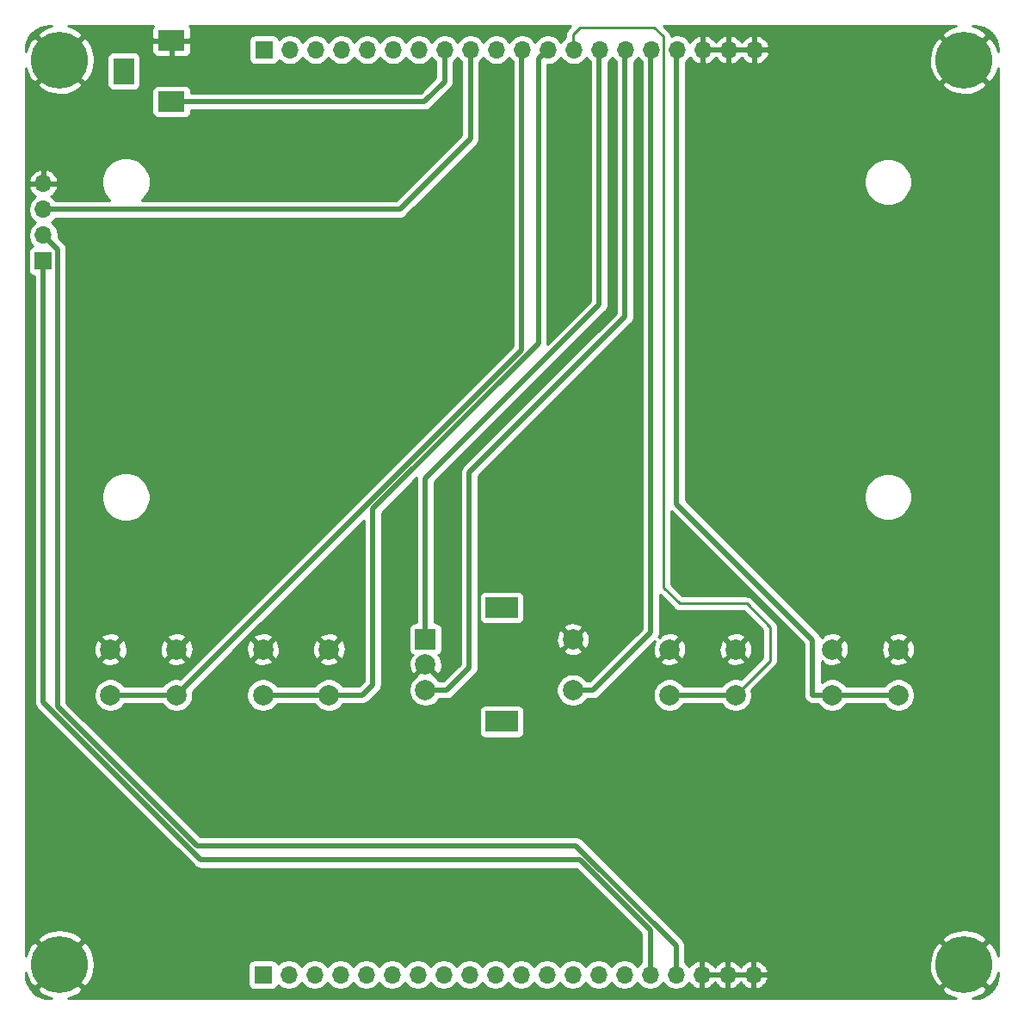
<source format=gbr>
%TF.GenerationSoftware,KiCad,Pcbnew,(5.1.12)-1*%
%TF.CreationDate,2024-04-15T13:26:30-04:00*%
%TF.ProjectId,QO100_TX,514f3130-305f-4545-982e-6b696361645f,rev?*%
%TF.SameCoordinates,Original*%
%TF.FileFunction,Copper,L2,Bot*%
%TF.FilePolarity,Positive*%
%FSLAX46Y46*%
G04 Gerber Fmt 4.6, Leading zero omitted, Abs format (unit mm)*
G04 Created by KiCad (PCBNEW (5.1.12)-1) date 2024-04-15 13:26:30*
%MOMM*%
%LPD*%
G01*
G04 APERTURE LIST*
%TA.AperFunction,ComponentPad*%
%ADD10O,1.700000X1.700000*%
%TD*%
%TA.AperFunction,ComponentPad*%
%ADD11R,1.700000X1.700000*%
%TD*%
%TA.AperFunction,ComponentPad*%
%ADD12R,2.000000X2.000000*%
%TD*%
%TA.AperFunction,ComponentPad*%
%ADD13C,2.000000*%
%TD*%
%TA.AperFunction,ComponentPad*%
%ADD14R,3.200000X2.000000*%
%TD*%
%TA.AperFunction,ComponentPad*%
%ADD15R,2.600000X2.000000*%
%TD*%
%TA.AperFunction,ComponentPad*%
%ADD16R,2.000000X2.600000*%
%TD*%
%TA.AperFunction,ComponentPad*%
%ADD17C,5.600000*%
%TD*%
%TA.AperFunction,ViaPad*%
%ADD18C,1.000000*%
%TD*%
%TA.AperFunction,Conductor*%
%ADD19C,0.500000*%
%TD*%
%TA.AperFunction,Conductor*%
%ADD20C,0.250000*%
%TD*%
%TA.AperFunction,Conductor*%
%ADD21C,0.254000*%
%TD*%
%TA.AperFunction,Conductor*%
%ADD22C,0.100000*%
%TD*%
G04 APERTURE END LIST*
D10*
%TO.P,J2,20*%
%TO.N,GNDPWR*%
X127260000Y-222000000D03*
%TO.P,J2,19*%
X124720000Y-222000000D03*
%TO.P,J2,18*%
X122180000Y-222000000D03*
%TO.P,J2,17*%
%TO.N,LCD_SDA*%
X119640000Y-222000000D03*
%TO.P,J2,16*%
%TO.N,LCD_SCL*%
X117100000Y-222000000D03*
%TO.P,J2,15*%
%TO.N,RST*%
X114560000Y-222000000D03*
%TO.P,J2,14*%
%TO.N,UART_RX*%
X112020000Y-222000000D03*
%TO.P,J2,13*%
%TO.N,UART_TX*%
X109480000Y-222000000D03*
%TO.P,J2,12*%
%TO.N,MCU_SDA*%
X106940000Y-222000000D03*
%TO.P,J2,11*%
%TO.N,MCU_SCL*%
X104400000Y-222000000D03*
%TO.P,J2,10*%
%TO.N,Net-(J2-Pad10)*%
X101860000Y-222000000D03*
%TO.P,J2,9*%
%TO.N,Net-(J2-Pad9)*%
X99320000Y-222000000D03*
%TO.P,J2,8*%
%TO.N,Net-(J2-Pad8)*%
X96780000Y-222000000D03*
%TO.P,J2,7*%
%TO.N,Net-(J2-Pad7)*%
X94240000Y-222000000D03*
%TO.P,J2,6*%
%TO.N,Net-(J2-Pad6)*%
X91700000Y-222000000D03*
%TO.P,J2,5*%
%TO.N,Net-(J2-Pad5)*%
X89160000Y-222000000D03*
%TO.P,J2,4*%
%TO.N,Net-(J2-Pad4)*%
X86620000Y-222000000D03*
%TO.P,J2,3*%
%TO.N,Net-(J2-Pad3)*%
X84080000Y-222000000D03*
%TO.P,J2,2*%
%TO.N,Net-(J2-Pad2)*%
X81540000Y-222000000D03*
D11*
%TO.P,J2,1*%
%TO.N,Net-(J2-Pad1)*%
X79000000Y-222000000D03*
%TD*%
D10*
%TO.P,J1,20*%
%TO.N,GNDPWR*%
X127360000Y-131000000D03*
%TO.P,J1,19*%
X124820000Y-131000000D03*
%TO.P,J1,18*%
X122280000Y-131000000D03*
%TO.P,J1,17*%
%TO.N,PTT*%
X119740000Y-131000000D03*
%TO.P,J1,16*%
%TO.N,ROT_SW*%
X117200000Y-131000000D03*
%TO.P,J1,15*%
%TO.N,ROT_B*%
X114660000Y-131000000D03*
%TO.P,J1,14*%
%TO.N,ROT_A*%
X112120000Y-131000000D03*
%TO.P,J1,13*%
%TO.N,KEY3*%
X109580000Y-131000000D03*
%TO.P,J1,12*%
%TO.N,KEY2*%
X107040000Y-131000000D03*
%TO.P,J1,11*%
%TO.N,KEY1*%
X104500000Y-131000000D03*
%TO.P,J1,10*%
%TO.N,+3V3*%
X101960000Y-131000000D03*
%TO.P,J1,9*%
%TO.N,+5V*%
X99420000Y-131000000D03*
%TO.P,J1,8*%
%TO.N,+12V*%
X96880000Y-131000000D03*
%TO.P,J1,7*%
%TO.N,Net-(J1-Pad7)*%
X94340000Y-131000000D03*
%TO.P,J1,6*%
%TO.N,Net-(J1-Pad6)*%
X91800000Y-131000000D03*
%TO.P,J1,5*%
%TO.N,Net-(J1-Pad5)*%
X89260000Y-131000000D03*
%TO.P,J1,4*%
%TO.N,Net-(J1-Pad4)*%
X86720000Y-131000000D03*
%TO.P,J1,3*%
%TO.N,Net-(J1-Pad3)*%
X84180000Y-131000000D03*
%TO.P,J1,2*%
%TO.N,Net-(J1-Pad2)*%
X81640000Y-131000000D03*
D11*
%TO.P,J1,1*%
%TO.N,Net-(J1-Pad1)*%
X79100000Y-131000000D03*
%TD*%
D12*
%TO.P,SW5,A*%
%TO.N,ROT_A*%
X95000000Y-189000000D03*
D13*
%TO.P,SW5,C*%
%TO.N,GNDPWR*%
X95000000Y-191500000D03*
%TO.P,SW5,B*%
%TO.N,ROT_B*%
X95000000Y-194000000D03*
D14*
%TO.P,SW5,MP*%
%TO.N,N/C*%
X102500000Y-185900000D03*
X102500000Y-197100000D03*
D13*
%TO.P,SW5,S2*%
%TO.N,GNDPWR*%
X109500000Y-189000000D03*
%TO.P,SW5,S1*%
%TO.N,ROT_SW*%
X109500000Y-194000000D03*
%TD*%
%TO.P,SW4,1*%
%TO.N,GNDPWR*%
X141500000Y-190000000D03*
%TO.P,SW4,2*%
%TO.N,PTT*%
X141500000Y-194500000D03*
%TO.P,SW4,1*%
%TO.N,GNDPWR*%
X135000000Y-190000000D03*
%TO.P,SW4,2*%
%TO.N,PTT*%
X135000000Y-194500000D03*
%TD*%
%TO.P,SW3,1*%
%TO.N,GNDPWR*%
X125500000Y-190000000D03*
%TO.P,SW3,2*%
%TO.N,KEY3*%
X125500000Y-194500000D03*
%TO.P,SW3,1*%
%TO.N,GNDPWR*%
X119000000Y-190000000D03*
%TO.P,SW3,2*%
%TO.N,KEY3*%
X119000000Y-194500000D03*
%TD*%
%TO.P,SW2,1*%
%TO.N,GNDPWR*%
X85500000Y-190000000D03*
%TO.P,SW2,2*%
%TO.N,KEY2*%
X85500000Y-194500000D03*
%TO.P,SW2,1*%
%TO.N,GNDPWR*%
X79000000Y-190000000D03*
%TO.P,SW2,2*%
%TO.N,KEY2*%
X79000000Y-194500000D03*
%TD*%
%TO.P,SW1,1*%
%TO.N,GNDPWR*%
X70500000Y-190000000D03*
%TO.P,SW1,2*%
%TO.N,KEY1*%
X70500000Y-194500000D03*
%TO.P,SW1,1*%
%TO.N,GNDPWR*%
X64000000Y-190000000D03*
%TO.P,SW1,2*%
%TO.N,KEY1*%
X64000000Y-194500000D03*
%TD*%
D15*
%TO.P,J4,2*%
%TO.N,GNDPWR*%
X70000000Y-130100000D03*
%TO.P,J4,1*%
%TO.N,+12V*%
X70000000Y-136100000D03*
D16*
%TO.P,J4,3*%
%TO.N,Net-(J4-Pad3)*%
X65300000Y-133100000D03*
%TD*%
D10*
%TO.P,J3,4*%
%TO.N,GNDPWR*%
X57400000Y-144180000D03*
%TO.P,J3,3*%
%TO.N,+5V*%
X57400000Y-146720000D03*
%TO.P,J3,2*%
%TO.N,LCD_SDA*%
X57400000Y-149260000D03*
D11*
%TO.P,J3,1*%
%TO.N,LCD_SCL*%
X57400000Y-151800000D03*
%TD*%
D17*
%TO.P,H4,1*%
%TO.N,GNDPWR*%
X148000000Y-221000000D03*
%TD*%
%TO.P,H3,1*%
%TO.N,GNDPWR*%
X59000000Y-221000000D03*
%TD*%
%TO.P,H2,1*%
%TO.N,GNDPWR*%
X148000000Y-132000000D03*
%TD*%
%TO.P,H1,1*%
%TO.N,GNDPWR*%
X59000000Y-132000000D03*
%TD*%
D18*
%TO.N,GNDPWR*%
X101800000Y-144800000D03*
X98100000Y-147200000D03*
X98000000Y-136600000D03*
X101700000Y-155900000D03*
X103100000Y-173100000D03*
X103400000Y-181200000D03*
X102500000Y-192200000D03*
X101000000Y-202400000D03*
X98300000Y-218800000D03*
X97800000Y-202800000D03*
X124000000Y-136000000D03*
X132600000Y-135600000D03*
X142900000Y-135600000D03*
X147700000Y-147800000D03*
X139600000Y-153600000D03*
X134200000Y-148800000D03*
X128200000Y-158300000D03*
X125400000Y-150000000D03*
X128900000Y-170700000D03*
X140700000Y-165400000D03*
X147500000Y-169900000D03*
X145400000Y-180400000D03*
X130800000Y-177300000D03*
X115100000Y-203100000D03*
X131200000Y-203100000D03*
X146800000Y-202100000D03*
X131600000Y-209600000D03*
X119500000Y-204800000D03*
X126100000Y-214700000D03*
X135400000Y-217600000D03*
X143800000Y-208900000D03*
X60300000Y-205500000D03*
X66000000Y-214700000D03*
X77900000Y-218200000D03*
X86700000Y-215300000D03*
X93400000Y-203500000D03*
X81900000Y-202100000D03*
X74800000Y-201300000D03*
X62100000Y-180600000D03*
X75100000Y-178400000D03*
X86000000Y-171300000D03*
X92100000Y-161900000D03*
X91300000Y-155500000D03*
X86700000Y-162800000D03*
X73200000Y-163800000D03*
X67400000Y-155700000D03*
X62900000Y-153800000D03*
X64200000Y-164700000D03*
X75200000Y-171500000D03*
X76400000Y-153400000D03*
X88300000Y-151600000D03*
X78300000Y-141800000D03*
X89900000Y-141300000D03*
X58000000Y-137900000D03*
X71200000Y-142400000D03*
X124100000Y-144500000D03*
X109000000Y-134900000D03*
X110000000Y-151200000D03*
X111800000Y-165300000D03*
X114100000Y-172800000D03*
X112300000Y-182700000D03*
X124500000Y-174200000D03*
X124800000Y-164100000D03*
X121200000Y-181000000D03*
X130800000Y-190100000D03*
X130300000Y-195400000D03*
X123500000Y-199200000D03*
X122100000Y-192000000D03*
X122600000Y-187600000D03*
X114800000Y-194300000D03*
X111600000Y-198700000D03*
X105400000Y-215400000D03*
X110900000Y-217300000D03*
X106300000Y-205900000D03*
X117700000Y-210400000D03*
X135800000Y-223000000D03*
X72500000Y-222100000D03*
X59200000Y-212500000D03*
X69700000Y-198900000D03*
X72400000Y-183800000D03*
X67100000Y-191600000D03*
%TD*%
D19*
%TO.N,ROT_A*%
X95000000Y-189000000D02*
X95000000Y-173200000D01*
X112080000Y-156120000D02*
X112080000Y-131000000D01*
X95000000Y-173200000D02*
X112080000Y-156120000D01*
%TO.N,ROT_B*%
X95000000Y-194000000D02*
X97100000Y-194000000D01*
X97100000Y-194000000D02*
X99300000Y-191800000D01*
X99300000Y-191800000D02*
X99300000Y-172600000D01*
X114620000Y-157280000D02*
X114620000Y-131000000D01*
X99300000Y-172600000D02*
X114620000Y-157280000D01*
%TO.N,ROT_SW*%
X109500000Y-194000000D02*
X111500000Y-194000000D01*
X117160000Y-188340000D02*
X117160000Y-131000000D01*
X111500000Y-194000000D02*
X117160000Y-188340000D01*
%TO.N,PTT*%
X141500000Y-194500000D02*
X135000000Y-194500000D01*
X135000000Y-194500000D02*
X133100000Y-194500000D01*
X133100000Y-194500000D02*
X133100000Y-189100000D01*
X119700000Y-175700000D02*
X119700000Y-131000000D01*
X133100000Y-189100000D02*
X119700000Y-175700000D01*
%TO.N,+5V*%
X99420000Y-139780000D02*
X99420000Y-131000000D01*
X92480000Y-146720000D02*
X99420000Y-139780000D01*
X57400000Y-146720000D02*
X92480000Y-146720000D01*
%TO.N,KEY3*%
X119000000Y-194500000D02*
X125500000Y-194500000D01*
D20*
X128900000Y-187800000D02*
X128900000Y-191100000D01*
X126600000Y-185500000D02*
X128900000Y-187800000D01*
X120000000Y-185500000D02*
X126600000Y-185500000D01*
X118400000Y-183900000D02*
X120000000Y-185500000D01*
X118400000Y-129700000D02*
X118400000Y-183900000D01*
X117500000Y-128800000D02*
X118400000Y-129700000D01*
X110200000Y-128800000D02*
X117500000Y-128800000D01*
X128900000Y-191100000D02*
X125500000Y-194500000D01*
X109540000Y-129460000D02*
X110200000Y-128800000D01*
X109540000Y-131000000D02*
X109540000Y-129460000D01*
D19*
%TO.N,KEY2*%
X79000000Y-194500000D02*
X85500000Y-194500000D01*
X85500000Y-194500000D02*
X88800000Y-194500000D01*
X88800000Y-194500000D02*
X89800000Y-193500000D01*
X89800000Y-176189962D02*
X106100000Y-159889962D01*
X89800000Y-193500000D02*
X89800000Y-176189962D01*
X106100000Y-131900000D02*
X107000000Y-131000000D01*
X106100000Y-159889962D02*
X106100000Y-131900000D01*
%TO.N,KEY1*%
X104460000Y-160540000D02*
X104460000Y-131000000D01*
X70500000Y-194500000D02*
X104460000Y-160540000D01*
X64000000Y-194500000D02*
X70500000Y-194500000D01*
%TO.N,+12V*%
X70000000Y-136100000D02*
X94900000Y-136100000D01*
X96880000Y-134120000D02*
X96880000Y-131000000D01*
X94900000Y-136100000D02*
X96880000Y-134120000D01*
%TO.N,LCD_SDA*%
X119640000Y-219150038D02*
X109789962Y-209300000D01*
X119640000Y-222000000D02*
X119640000Y-219150038D01*
X109789962Y-209300000D02*
X72489962Y-209300000D01*
X72489962Y-209300000D02*
X58800000Y-195610038D01*
X58800000Y-150660000D02*
X57400000Y-149260000D01*
X58800000Y-195610038D02*
X58800000Y-150660000D01*
%TO.N,LCD_SCL*%
X57400000Y-151800000D02*
X57400000Y-195200000D01*
X57400000Y-195200000D02*
X72900000Y-210700000D01*
X72900000Y-210700000D02*
X110200000Y-210700000D01*
X117100000Y-217600000D02*
X117100000Y-222000000D01*
X110200000Y-210700000D02*
X117100000Y-217600000D01*
%TD*%
D21*
%TO.N,GNDPWR*%
X57686994Y-128807870D02*
X57089470Y-129125361D01*
X57075308Y-129134823D01*
X56763124Y-129583519D01*
X59000000Y-131820395D01*
X61236876Y-129583519D01*
X60924692Y-129134823D01*
X60328741Y-128814388D01*
X59824276Y-128660000D01*
X68239636Y-128660000D01*
X68169463Y-128745506D01*
X68110498Y-128855820D01*
X68074188Y-128975518D01*
X68061928Y-129100000D01*
X68065000Y-129814250D01*
X68223750Y-129973000D01*
X69873000Y-129973000D01*
X69873000Y-129953000D01*
X70127000Y-129953000D01*
X70127000Y-129973000D01*
X71776250Y-129973000D01*
X71935000Y-129814250D01*
X71938072Y-129100000D01*
X71925812Y-128975518D01*
X71889502Y-128855820D01*
X71830537Y-128745506D01*
X71760364Y-128660000D01*
X109265199Y-128660000D01*
X109028998Y-128896201D01*
X109000000Y-128919999D01*
X108976202Y-128948997D01*
X108976201Y-128948998D01*
X108905026Y-129035724D01*
X108834454Y-129167754D01*
X108808465Y-129253432D01*
X108790998Y-129311014D01*
X108780583Y-129416754D01*
X108776324Y-129460000D01*
X108780001Y-129497332D01*
X108780001Y-129748548D01*
X108633368Y-129846525D01*
X108426525Y-130053368D01*
X108310000Y-130227760D01*
X108193475Y-130053368D01*
X107986632Y-129846525D01*
X107743411Y-129684010D01*
X107473158Y-129572068D01*
X107186260Y-129515000D01*
X106893740Y-129515000D01*
X106606842Y-129572068D01*
X106336589Y-129684010D01*
X106093368Y-129846525D01*
X105886525Y-130053368D01*
X105770000Y-130227760D01*
X105653475Y-130053368D01*
X105446632Y-129846525D01*
X105203411Y-129684010D01*
X104933158Y-129572068D01*
X104646260Y-129515000D01*
X104353740Y-129515000D01*
X104066842Y-129572068D01*
X103796589Y-129684010D01*
X103553368Y-129846525D01*
X103346525Y-130053368D01*
X103230000Y-130227760D01*
X103113475Y-130053368D01*
X102906632Y-129846525D01*
X102663411Y-129684010D01*
X102393158Y-129572068D01*
X102106260Y-129515000D01*
X101813740Y-129515000D01*
X101526842Y-129572068D01*
X101256589Y-129684010D01*
X101013368Y-129846525D01*
X100806525Y-130053368D01*
X100690000Y-130227760D01*
X100573475Y-130053368D01*
X100366632Y-129846525D01*
X100123411Y-129684010D01*
X99853158Y-129572068D01*
X99566260Y-129515000D01*
X99273740Y-129515000D01*
X98986842Y-129572068D01*
X98716589Y-129684010D01*
X98473368Y-129846525D01*
X98266525Y-130053368D01*
X98150000Y-130227760D01*
X98033475Y-130053368D01*
X97826632Y-129846525D01*
X97583411Y-129684010D01*
X97313158Y-129572068D01*
X97026260Y-129515000D01*
X96733740Y-129515000D01*
X96446842Y-129572068D01*
X96176589Y-129684010D01*
X95933368Y-129846525D01*
X95726525Y-130053368D01*
X95610000Y-130227760D01*
X95493475Y-130053368D01*
X95286632Y-129846525D01*
X95043411Y-129684010D01*
X94773158Y-129572068D01*
X94486260Y-129515000D01*
X94193740Y-129515000D01*
X93906842Y-129572068D01*
X93636589Y-129684010D01*
X93393368Y-129846525D01*
X93186525Y-130053368D01*
X93070000Y-130227760D01*
X92953475Y-130053368D01*
X92746632Y-129846525D01*
X92503411Y-129684010D01*
X92233158Y-129572068D01*
X91946260Y-129515000D01*
X91653740Y-129515000D01*
X91366842Y-129572068D01*
X91096589Y-129684010D01*
X90853368Y-129846525D01*
X90646525Y-130053368D01*
X90530000Y-130227760D01*
X90413475Y-130053368D01*
X90206632Y-129846525D01*
X89963411Y-129684010D01*
X89693158Y-129572068D01*
X89406260Y-129515000D01*
X89113740Y-129515000D01*
X88826842Y-129572068D01*
X88556589Y-129684010D01*
X88313368Y-129846525D01*
X88106525Y-130053368D01*
X87990000Y-130227760D01*
X87873475Y-130053368D01*
X87666632Y-129846525D01*
X87423411Y-129684010D01*
X87153158Y-129572068D01*
X86866260Y-129515000D01*
X86573740Y-129515000D01*
X86286842Y-129572068D01*
X86016589Y-129684010D01*
X85773368Y-129846525D01*
X85566525Y-130053368D01*
X85450000Y-130227760D01*
X85333475Y-130053368D01*
X85126632Y-129846525D01*
X84883411Y-129684010D01*
X84613158Y-129572068D01*
X84326260Y-129515000D01*
X84033740Y-129515000D01*
X83746842Y-129572068D01*
X83476589Y-129684010D01*
X83233368Y-129846525D01*
X83026525Y-130053368D01*
X82910000Y-130227760D01*
X82793475Y-130053368D01*
X82586632Y-129846525D01*
X82343411Y-129684010D01*
X82073158Y-129572068D01*
X81786260Y-129515000D01*
X81493740Y-129515000D01*
X81206842Y-129572068D01*
X80936589Y-129684010D01*
X80693368Y-129846525D01*
X80561513Y-129978380D01*
X80539502Y-129905820D01*
X80480537Y-129795506D01*
X80401185Y-129698815D01*
X80304494Y-129619463D01*
X80194180Y-129560498D01*
X80074482Y-129524188D01*
X79950000Y-129511928D01*
X78250000Y-129511928D01*
X78125518Y-129524188D01*
X78005820Y-129560498D01*
X77895506Y-129619463D01*
X77798815Y-129698815D01*
X77719463Y-129795506D01*
X77660498Y-129905820D01*
X77624188Y-130025518D01*
X77611928Y-130150000D01*
X77611928Y-131850000D01*
X77624188Y-131974482D01*
X77660498Y-132094180D01*
X77719463Y-132204494D01*
X77798815Y-132301185D01*
X77895506Y-132380537D01*
X78005820Y-132439502D01*
X78125518Y-132475812D01*
X78250000Y-132488072D01*
X79950000Y-132488072D01*
X80074482Y-132475812D01*
X80194180Y-132439502D01*
X80304494Y-132380537D01*
X80401185Y-132301185D01*
X80480537Y-132204494D01*
X80539502Y-132094180D01*
X80561513Y-132021620D01*
X80693368Y-132153475D01*
X80936589Y-132315990D01*
X81206842Y-132427932D01*
X81493740Y-132485000D01*
X81786260Y-132485000D01*
X82073158Y-132427932D01*
X82343411Y-132315990D01*
X82586632Y-132153475D01*
X82793475Y-131946632D01*
X82910000Y-131772240D01*
X83026525Y-131946632D01*
X83233368Y-132153475D01*
X83476589Y-132315990D01*
X83746842Y-132427932D01*
X84033740Y-132485000D01*
X84326260Y-132485000D01*
X84613158Y-132427932D01*
X84883411Y-132315990D01*
X85126632Y-132153475D01*
X85333475Y-131946632D01*
X85450000Y-131772240D01*
X85566525Y-131946632D01*
X85773368Y-132153475D01*
X86016589Y-132315990D01*
X86286842Y-132427932D01*
X86573740Y-132485000D01*
X86866260Y-132485000D01*
X87153158Y-132427932D01*
X87423411Y-132315990D01*
X87666632Y-132153475D01*
X87873475Y-131946632D01*
X87990000Y-131772240D01*
X88106525Y-131946632D01*
X88313368Y-132153475D01*
X88556589Y-132315990D01*
X88826842Y-132427932D01*
X89113740Y-132485000D01*
X89406260Y-132485000D01*
X89693158Y-132427932D01*
X89963411Y-132315990D01*
X90206632Y-132153475D01*
X90413475Y-131946632D01*
X90530000Y-131772240D01*
X90646525Y-131946632D01*
X90853368Y-132153475D01*
X91096589Y-132315990D01*
X91366842Y-132427932D01*
X91653740Y-132485000D01*
X91946260Y-132485000D01*
X92233158Y-132427932D01*
X92503411Y-132315990D01*
X92746632Y-132153475D01*
X92953475Y-131946632D01*
X93070000Y-131772240D01*
X93186525Y-131946632D01*
X93393368Y-132153475D01*
X93636589Y-132315990D01*
X93906842Y-132427932D01*
X94193740Y-132485000D01*
X94486260Y-132485000D01*
X94773158Y-132427932D01*
X95043411Y-132315990D01*
X95286632Y-132153475D01*
X95493475Y-131946632D01*
X95610000Y-131772240D01*
X95726525Y-131946632D01*
X95933368Y-132153475D01*
X95995001Y-132194657D01*
X95995000Y-133753421D01*
X94533422Y-135215000D01*
X71938072Y-135215000D01*
X71938072Y-135100000D01*
X71925812Y-134975518D01*
X71889502Y-134855820D01*
X71830537Y-134745506D01*
X71751185Y-134648815D01*
X71654494Y-134569463D01*
X71544180Y-134510498D01*
X71424482Y-134474188D01*
X71300000Y-134461928D01*
X68700000Y-134461928D01*
X68575518Y-134474188D01*
X68455820Y-134510498D01*
X68345506Y-134569463D01*
X68248815Y-134648815D01*
X68169463Y-134745506D01*
X68110498Y-134855820D01*
X68074188Y-134975518D01*
X68061928Y-135100000D01*
X68061928Y-137100000D01*
X68074188Y-137224482D01*
X68110498Y-137344180D01*
X68169463Y-137454494D01*
X68248815Y-137551185D01*
X68345506Y-137630537D01*
X68455820Y-137689502D01*
X68575518Y-137725812D01*
X68700000Y-137738072D01*
X71300000Y-137738072D01*
X71424482Y-137725812D01*
X71544180Y-137689502D01*
X71654494Y-137630537D01*
X71751185Y-137551185D01*
X71830537Y-137454494D01*
X71889502Y-137344180D01*
X71925812Y-137224482D01*
X71938072Y-137100000D01*
X71938072Y-136985000D01*
X94856531Y-136985000D01*
X94900000Y-136989281D01*
X94943469Y-136985000D01*
X94943477Y-136985000D01*
X95073490Y-136972195D01*
X95240313Y-136921589D01*
X95394059Y-136839411D01*
X95528817Y-136728817D01*
X95556534Y-136695044D01*
X97475050Y-134776529D01*
X97508817Y-134748817D01*
X97619411Y-134614059D01*
X97701589Y-134460313D01*
X97752195Y-134293490D01*
X97765000Y-134163477D01*
X97765000Y-134163469D01*
X97769281Y-134120000D01*
X97765000Y-134076531D01*
X97765000Y-132194656D01*
X97826632Y-132153475D01*
X98033475Y-131946632D01*
X98150000Y-131772240D01*
X98266525Y-131946632D01*
X98473368Y-132153475D01*
X98535001Y-132194657D01*
X98535000Y-139413421D01*
X92113422Y-145835000D01*
X67083986Y-145835000D01*
X67377863Y-145541123D01*
X67642439Y-145145157D01*
X67824682Y-144705185D01*
X67917588Y-144238112D01*
X67917588Y-143761888D01*
X67824682Y-143294815D01*
X67642439Y-142854843D01*
X67377863Y-142458877D01*
X67041123Y-142122137D01*
X66645157Y-141857561D01*
X66205185Y-141675318D01*
X65738112Y-141582412D01*
X65261888Y-141582412D01*
X64794815Y-141675318D01*
X64354843Y-141857561D01*
X63958877Y-142122137D01*
X63622137Y-142458877D01*
X63357561Y-142854843D01*
X63175318Y-143294815D01*
X63082412Y-143761888D01*
X63082412Y-144238112D01*
X63175318Y-144705185D01*
X63357561Y-145145157D01*
X63622137Y-145541123D01*
X63916014Y-145835000D01*
X58594656Y-145835000D01*
X58553475Y-145773368D01*
X58346632Y-145566525D01*
X58164466Y-145444805D01*
X58281355Y-145375178D01*
X58497588Y-145180269D01*
X58671641Y-144946920D01*
X58796825Y-144684099D01*
X58841476Y-144536890D01*
X58720155Y-144307000D01*
X57527000Y-144307000D01*
X57527000Y-144327000D01*
X57273000Y-144327000D01*
X57273000Y-144307000D01*
X56079845Y-144307000D01*
X55958524Y-144536890D01*
X56003175Y-144684099D01*
X56128359Y-144946920D01*
X56302412Y-145180269D01*
X56518645Y-145375178D01*
X56635534Y-145444805D01*
X56453368Y-145566525D01*
X56246525Y-145773368D01*
X56084010Y-146016589D01*
X55972068Y-146286842D01*
X55915000Y-146573740D01*
X55915000Y-146866260D01*
X55972068Y-147153158D01*
X56084010Y-147423411D01*
X56246525Y-147666632D01*
X56453368Y-147873475D01*
X56627760Y-147990000D01*
X56453368Y-148106525D01*
X56246525Y-148313368D01*
X56084010Y-148556589D01*
X55972068Y-148826842D01*
X55915000Y-149113740D01*
X55915000Y-149406260D01*
X55972068Y-149693158D01*
X56084010Y-149963411D01*
X56246525Y-150206632D01*
X56378380Y-150338487D01*
X56305820Y-150360498D01*
X56195506Y-150419463D01*
X56098815Y-150498815D01*
X56019463Y-150595506D01*
X55960498Y-150705820D01*
X55924188Y-150825518D01*
X55911928Y-150950000D01*
X55911928Y-152650000D01*
X55924188Y-152774482D01*
X55960498Y-152894180D01*
X56019463Y-153004494D01*
X56098815Y-153101185D01*
X56195506Y-153180537D01*
X56305820Y-153239502D01*
X56425518Y-153275812D01*
X56515000Y-153284625D01*
X56515001Y-195156521D01*
X56510719Y-195200000D01*
X56527805Y-195373490D01*
X56578412Y-195540313D01*
X56660590Y-195694059D01*
X56743468Y-195795046D01*
X56743471Y-195795049D01*
X56771184Y-195828817D01*
X56804952Y-195856530D01*
X72243470Y-211295049D01*
X72271183Y-211328817D01*
X72304951Y-211356530D01*
X72304953Y-211356532D01*
X72376452Y-211415210D01*
X72405941Y-211439411D01*
X72559687Y-211521589D01*
X72726510Y-211572195D01*
X72856523Y-211585000D01*
X72856533Y-211585000D01*
X72899999Y-211589281D01*
X72943465Y-211585000D01*
X109833422Y-211585000D01*
X116215000Y-217966579D01*
X116215001Y-220805343D01*
X116153368Y-220846525D01*
X115946525Y-221053368D01*
X115830000Y-221227760D01*
X115713475Y-221053368D01*
X115506632Y-220846525D01*
X115263411Y-220684010D01*
X114993158Y-220572068D01*
X114706260Y-220515000D01*
X114413740Y-220515000D01*
X114126842Y-220572068D01*
X113856589Y-220684010D01*
X113613368Y-220846525D01*
X113406525Y-221053368D01*
X113290000Y-221227760D01*
X113173475Y-221053368D01*
X112966632Y-220846525D01*
X112723411Y-220684010D01*
X112453158Y-220572068D01*
X112166260Y-220515000D01*
X111873740Y-220515000D01*
X111586842Y-220572068D01*
X111316589Y-220684010D01*
X111073368Y-220846525D01*
X110866525Y-221053368D01*
X110750000Y-221227760D01*
X110633475Y-221053368D01*
X110426632Y-220846525D01*
X110183411Y-220684010D01*
X109913158Y-220572068D01*
X109626260Y-220515000D01*
X109333740Y-220515000D01*
X109046842Y-220572068D01*
X108776589Y-220684010D01*
X108533368Y-220846525D01*
X108326525Y-221053368D01*
X108210000Y-221227760D01*
X108093475Y-221053368D01*
X107886632Y-220846525D01*
X107643411Y-220684010D01*
X107373158Y-220572068D01*
X107086260Y-220515000D01*
X106793740Y-220515000D01*
X106506842Y-220572068D01*
X106236589Y-220684010D01*
X105993368Y-220846525D01*
X105786525Y-221053368D01*
X105670000Y-221227760D01*
X105553475Y-221053368D01*
X105346632Y-220846525D01*
X105103411Y-220684010D01*
X104833158Y-220572068D01*
X104546260Y-220515000D01*
X104253740Y-220515000D01*
X103966842Y-220572068D01*
X103696589Y-220684010D01*
X103453368Y-220846525D01*
X103246525Y-221053368D01*
X103130000Y-221227760D01*
X103013475Y-221053368D01*
X102806632Y-220846525D01*
X102563411Y-220684010D01*
X102293158Y-220572068D01*
X102006260Y-220515000D01*
X101713740Y-220515000D01*
X101426842Y-220572068D01*
X101156589Y-220684010D01*
X100913368Y-220846525D01*
X100706525Y-221053368D01*
X100590000Y-221227760D01*
X100473475Y-221053368D01*
X100266632Y-220846525D01*
X100023411Y-220684010D01*
X99753158Y-220572068D01*
X99466260Y-220515000D01*
X99173740Y-220515000D01*
X98886842Y-220572068D01*
X98616589Y-220684010D01*
X98373368Y-220846525D01*
X98166525Y-221053368D01*
X98050000Y-221227760D01*
X97933475Y-221053368D01*
X97726632Y-220846525D01*
X97483411Y-220684010D01*
X97213158Y-220572068D01*
X96926260Y-220515000D01*
X96633740Y-220515000D01*
X96346842Y-220572068D01*
X96076589Y-220684010D01*
X95833368Y-220846525D01*
X95626525Y-221053368D01*
X95510000Y-221227760D01*
X95393475Y-221053368D01*
X95186632Y-220846525D01*
X94943411Y-220684010D01*
X94673158Y-220572068D01*
X94386260Y-220515000D01*
X94093740Y-220515000D01*
X93806842Y-220572068D01*
X93536589Y-220684010D01*
X93293368Y-220846525D01*
X93086525Y-221053368D01*
X92970000Y-221227760D01*
X92853475Y-221053368D01*
X92646632Y-220846525D01*
X92403411Y-220684010D01*
X92133158Y-220572068D01*
X91846260Y-220515000D01*
X91553740Y-220515000D01*
X91266842Y-220572068D01*
X90996589Y-220684010D01*
X90753368Y-220846525D01*
X90546525Y-221053368D01*
X90430000Y-221227760D01*
X90313475Y-221053368D01*
X90106632Y-220846525D01*
X89863411Y-220684010D01*
X89593158Y-220572068D01*
X89306260Y-220515000D01*
X89013740Y-220515000D01*
X88726842Y-220572068D01*
X88456589Y-220684010D01*
X88213368Y-220846525D01*
X88006525Y-221053368D01*
X87890000Y-221227760D01*
X87773475Y-221053368D01*
X87566632Y-220846525D01*
X87323411Y-220684010D01*
X87053158Y-220572068D01*
X86766260Y-220515000D01*
X86473740Y-220515000D01*
X86186842Y-220572068D01*
X85916589Y-220684010D01*
X85673368Y-220846525D01*
X85466525Y-221053368D01*
X85350000Y-221227760D01*
X85233475Y-221053368D01*
X85026632Y-220846525D01*
X84783411Y-220684010D01*
X84513158Y-220572068D01*
X84226260Y-220515000D01*
X83933740Y-220515000D01*
X83646842Y-220572068D01*
X83376589Y-220684010D01*
X83133368Y-220846525D01*
X82926525Y-221053368D01*
X82810000Y-221227760D01*
X82693475Y-221053368D01*
X82486632Y-220846525D01*
X82243411Y-220684010D01*
X81973158Y-220572068D01*
X81686260Y-220515000D01*
X81393740Y-220515000D01*
X81106842Y-220572068D01*
X80836589Y-220684010D01*
X80593368Y-220846525D01*
X80461513Y-220978380D01*
X80439502Y-220905820D01*
X80380537Y-220795506D01*
X80301185Y-220698815D01*
X80204494Y-220619463D01*
X80094180Y-220560498D01*
X79974482Y-220524188D01*
X79850000Y-220511928D01*
X78150000Y-220511928D01*
X78025518Y-220524188D01*
X77905820Y-220560498D01*
X77795506Y-220619463D01*
X77698815Y-220698815D01*
X77619463Y-220795506D01*
X77560498Y-220905820D01*
X77524188Y-221025518D01*
X77511928Y-221150000D01*
X77511928Y-222850000D01*
X77524188Y-222974482D01*
X77560498Y-223094180D01*
X77619463Y-223204494D01*
X77698815Y-223301185D01*
X77795506Y-223380537D01*
X77905820Y-223439502D01*
X78025518Y-223475812D01*
X78150000Y-223488072D01*
X79850000Y-223488072D01*
X79974482Y-223475812D01*
X80094180Y-223439502D01*
X80204494Y-223380537D01*
X80301185Y-223301185D01*
X80380537Y-223204494D01*
X80439502Y-223094180D01*
X80461513Y-223021620D01*
X80593368Y-223153475D01*
X80836589Y-223315990D01*
X81106842Y-223427932D01*
X81393740Y-223485000D01*
X81686260Y-223485000D01*
X81973158Y-223427932D01*
X82243411Y-223315990D01*
X82486632Y-223153475D01*
X82693475Y-222946632D01*
X82810000Y-222772240D01*
X82926525Y-222946632D01*
X83133368Y-223153475D01*
X83376589Y-223315990D01*
X83646842Y-223427932D01*
X83933740Y-223485000D01*
X84226260Y-223485000D01*
X84513158Y-223427932D01*
X84783411Y-223315990D01*
X85026632Y-223153475D01*
X85233475Y-222946632D01*
X85350000Y-222772240D01*
X85466525Y-222946632D01*
X85673368Y-223153475D01*
X85916589Y-223315990D01*
X86186842Y-223427932D01*
X86473740Y-223485000D01*
X86766260Y-223485000D01*
X87053158Y-223427932D01*
X87323411Y-223315990D01*
X87566632Y-223153475D01*
X87773475Y-222946632D01*
X87890000Y-222772240D01*
X88006525Y-222946632D01*
X88213368Y-223153475D01*
X88456589Y-223315990D01*
X88726842Y-223427932D01*
X89013740Y-223485000D01*
X89306260Y-223485000D01*
X89593158Y-223427932D01*
X89863411Y-223315990D01*
X90106632Y-223153475D01*
X90313475Y-222946632D01*
X90430000Y-222772240D01*
X90546525Y-222946632D01*
X90753368Y-223153475D01*
X90996589Y-223315990D01*
X91266842Y-223427932D01*
X91553740Y-223485000D01*
X91846260Y-223485000D01*
X92133158Y-223427932D01*
X92403411Y-223315990D01*
X92646632Y-223153475D01*
X92853475Y-222946632D01*
X92970000Y-222772240D01*
X93086525Y-222946632D01*
X93293368Y-223153475D01*
X93536589Y-223315990D01*
X93806842Y-223427932D01*
X94093740Y-223485000D01*
X94386260Y-223485000D01*
X94673158Y-223427932D01*
X94943411Y-223315990D01*
X95186632Y-223153475D01*
X95393475Y-222946632D01*
X95510000Y-222772240D01*
X95626525Y-222946632D01*
X95833368Y-223153475D01*
X96076589Y-223315990D01*
X96346842Y-223427932D01*
X96633740Y-223485000D01*
X96926260Y-223485000D01*
X97213158Y-223427932D01*
X97483411Y-223315990D01*
X97726632Y-223153475D01*
X97933475Y-222946632D01*
X98050000Y-222772240D01*
X98166525Y-222946632D01*
X98373368Y-223153475D01*
X98616589Y-223315990D01*
X98886842Y-223427932D01*
X99173740Y-223485000D01*
X99466260Y-223485000D01*
X99753158Y-223427932D01*
X100023411Y-223315990D01*
X100266632Y-223153475D01*
X100473475Y-222946632D01*
X100590000Y-222772240D01*
X100706525Y-222946632D01*
X100913368Y-223153475D01*
X101156589Y-223315990D01*
X101426842Y-223427932D01*
X101713740Y-223485000D01*
X102006260Y-223485000D01*
X102293158Y-223427932D01*
X102563411Y-223315990D01*
X102806632Y-223153475D01*
X103013475Y-222946632D01*
X103130000Y-222772240D01*
X103246525Y-222946632D01*
X103453368Y-223153475D01*
X103696589Y-223315990D01*
X103966842Y-223427932D01*
X104253740Y-223485000D01*
X104546260Y-223485000D01*
X104833158Y-223427932D01*
X105103411Y-223315990D01*
X105346632Y-223153475D01*
X105553475Y-222946632D01*
X105670000Y-222772240D01*
X105786525Y-222946632D01*
X105993368Y-223153475D01*
X106236589Y-223315990D01*
X106506842Y-223427932D01*
X106793740Y-223485000D01*
X107086260Y-223485000D01*
X107373158Y-223427932D01*
X107643411Y-223315990D01*
X107886632Y-223153475D01*
X108093475Y-222946632D01*
X108210000Y-222772240D01*
X108326525Y-222946632D01*
X108533368Y-223153475D01*
X108776589Y-223315990D01*
X109046842Y-223427932D01*
X109333740Y-223485000D01*
X109626260Y-223485000D01*
X109913158Y-223427932D01*
X110183411Y-223315990D01*
X110426632Y-223153475D01*
X110633475Y-222946632D01*
X110750000Y-222772240D01*
X110866525Y-222946632D01*
X111073368Y-223153475D01*
X111316589Y-223315990D01*
X111586842Y-223427932D01*
X111873740Y-223485000D01*
X112166260Y-223485000D01*
X112453158Y-223427932D01*
X112723411Y-223315990D01*
X112966632Y-223153475D01*
X113173475Y-222946632D01*
X113290000Y-222772240D01*
X113406525Y-222946632D01*
X113613368Y-223153475D01*
X113856589Y-223315990D01*
X114126842Y-223427932D01*
X114413740Y-223485000D01*
X114706260Y-223485000D01*
X114993158Y-223427932D01*
X115263411Y-223315990D01*
X115506632Y-223153475D01*
X115713475Y-222946632D01*
X115830000Y-222772240D01*
X115946525Y-222946632D01*
X116153368Y-223153475D01*
X116396589Y-223315990D01*
X116666842Y-223427932D01*
X116953740Y-223485000D01*
X117246260Y-223485000D01*
X117533158Y-223427932D01*
X117803411Y-223315990D01*
X118046632Y-223153475D01*
X118253475Y-222946632D01*
X118370000Y-222772240D01*
X118486525Y-222946632D01*
X118693368Y-223153475D01*
X118936589Y-223315990D01*
X119206842Y-223427932D01*
X119493740Y-223485000D01*
X119786260Y-223485000D01*
X120073158Y-223427932D01*
X120343411Y-223315990D01*
X120586632Y-223153475D01*
X120793475Y-222946632D01*
X120915195Y-222764466D01*
X120984822Y-222881355D01*
X121179731Y-223097588D01*
X121413080Y-223271641D01*
X121675901Y-223396825D01*
X121823110Y-223441476D01*
X122053000Y-223320155D01*
X122053000Y-222127000D01*
X122307000Y-222127000D01*
X122307000Y-223320155D01*
X122536890Y-223441476D01*
X122684099Y-223396825D01*
X122946920Y-223271641D01*
X123180269Y-223097588D01*
X123375178Y-222881355D01*
X123450000Y-222755745D01*
X123524822Y-222881355D01*
X123719731Y-223097588D01*
X123953080Y-223271641D01*
X124215901Y-223396825D01*
X124363110Y-223441476D01*
X124593000Y-223320155D01*
X124593000Y-222127000D01*
X124847000Y-222127000D01*
X124847000Y-223320155D01*
X125076890Y-223441476D01*
X125224099Y-223396825D01*
X125486920Y-223271641D01*
X125720269Y-223097588D01*
X125915178Y-222881355D01*
X125990000Y-222755745D01*
X126064822Y-222881355D01*
X126259731Y-223097588D01*
X126493080Y-223271641D01*
X126755901Y-223396825D01*
X126903110Y-223441476D01*
X127133000Y-223320155D01*
X127133000Y-222127000D01*
X127387000Y-222127000D01*
X127387000Y-223320155D01*
X127616890Y-223441476D01*
X127764099Y-223396825D01*
X128026920Y-223271641D01*
X128260269Y-223097588D01*
X128455178Y-222881355D01*
X128604157Y-222631252D01*
X128701481Y-222356891D01*
X128580814Y-222127000D01*
X127387000Y-222127000D01*
X127133000Y-222127000D01*
X124847000Y-222127000D01*
X124593000Y-222127000D01*
X122307000Y-222127000D01*
X122053000Y-222127000D01*
X122033000Y-222127000D01*
X122033000Y-221873000D01*
X122053000Y-221873000D01*
X122053000Y-220679845D01*
X122307000Y-220679845D01*
X122307000Y-221873000D01*
X124593000Y-221873000D01*
X124593000Y-220679845D01*
X124847000Y-220679845D01*
X124847000Y-221873000D01*
X127133000Y-221873000D01*
X127133000Y-220679845D01*
X127387000Y-220679845D01*
X127387000Y-221873000D01*
X128580814Y-221873000D01*
X128701481Y-221643109D01*
X128604157Y-221368748D01*
X128455178Y-221118645D01*
X128340558Y-220991484D01*
X144548390Y-220991484D01*
X144613051Y-221665023D01*
X144807870Y-222313006D01*
X145125361Y-222910530D01*
X145134823Y-222924692D01*
X145583519Y-223236876D01*
X147820395Y-221000000D01*
X145583519Y-218763124D01*
X145134823Y-219075308D01*
X144814388Y-219671259D01*
X144616374Y-220318273D01*
X144548390Y-220991484D01*
X128340558Y-220991484D01*
X128260269Y-220902412D01*
X128026920Y-220728359D01*
X127764099Y-220603175D01*
X127616890Y-220558524D01*
X127387000Y-220679845D01*
X127133000Y-220679845D01*
X126903110Y-220558524D01*
X126755901Y-220603175D01*
X126493080Y-220728359D01*
X126259731Y-220902412D01*
X126064822Y-221118645D01*
X125990000Y-221244255D01*
X125915178Y-221118645D01*
X125720269Y-220902412D01*
X125486920Y-220728359D01*
X125224099Y-220603175D01*
X125076890Y-220558524D01*
X124847000Y-220679845D01*
X124593000Y-220679845D01*
X124363110Y-220558524D01*
X124215901Y-220603175D01*
X123953080Y-220728359D01*
X123719731Y-220902412D01*
X123524822Y-221118645D01*
X123450000Y-221244255D01*
X123375178Y-221118645D01*
X123180269Y-220902412D01*
X122946920Y-220728359D01*
X122684099Y-220603175D01*
X122536890Y-220558524D01*
X122307000Y-220679845D01*
X122053000Y-220679845D01*
X121823110Y-220558524D01*
X121675901Y-220603175D01*
X121413080Y-220728359D01*
X121179731Y-220902412D01*
X120984822Y-221118645D01*
X120915195Y-221235534D01*
X120793475Y-221053368D01*
X120586632Y-220846525D01*
X120525000Y-220805344D01*
X120525000Y-219193503D01*
X120529281Y-219150037D01*
X120525000Y-219106571D01*
X120525000Y-219106561D01*
X120512195Y-218976548D01*
X120461589Y-218809725D01*
X120379411Y-218655979D01*
X120319945Y-218583519D01*
X145763124Y-218583519D01*
X148000000Y-220820395D01*
X150236876Y-218583519D01*
X149924692Y-218134823D01*
X149328741Y-217814388D01*
X148681727Y-217616374D01*
X148008516Y-217548390D01*
X147334977Y-217613051D01*
X146686994Y-217807870D01*
X146089470Y-218125361D01*
X146075308Y-218134823D01*
X145763124Y-218583519D01*
X120319945Y-218583519D01*
X120268817Y-218521221D01*
X120235049Y-218493508D01*
X110446496Y-208704956D01*
X110418779Y-208671183D01*
X110284021Y-208560589D01*
X110130275Y-208478411D01*
X109963452Y-208427805D01*
X109833439Y-208415000D01*
X109833431Y-208415000D01*
X109789962Y-208410719D01*
X109746493Y-208415000D01*
X72856541Y-208415000D01*
X59685000Y-195243460D01*
X59685000Y-191135413D01*
X63044192Y-191135413D01*
X63139956Y-191399814D01*
X63429571Y-191540704D01*
X63741108Y-191622384D01*
X64062595Y-191641718D01*
X64381675Y-191597961D01*
X64686088Y-191492795D01*
X64860044Y-191399814D01*
X64955808Y-191135413D01*
X69544192Y-191135413D01*
X69639956Y-191399814D01*
X69929571Y-191540704D01*
X70241108Y-191622384D01*
X70562595Y-191641718D01*
X70881675Y-191597961D01*
X71186088Y-191492795D01*
X71360044Y-191399814D01*
X71455808Y-191135413D01*
X70500000Y-190179605D01*
X69544192Y-191135413D01*
X64955808Y-191135413D01*
X64000000Y-190179605D01*
X63044192Y-191135413D01*
X59685000Y-191135413D01*
X59685000Y-190062595D01*
X62358282Y-190062595D01*
X62402039Y-190381675D01*
X62507205Y-190686088D01*
X62600186Y-190860044D01*
X62864587Y-190955808D01*
X63820395Y-190000000D01*
X64179605Y-190000000D01*
X65135413Y-190955808D01*
X65399814Y-190860044D01*
X65540704Y-190570429D01*
X65622384Y-190258892D01*
X65634189Y-190062595D01*
X68858282Y-190062595D01*
X68902039Y-190381675D01*
X69007205Y-190686088D01*
X69100186Y-190860044D01*
X69364587Y-190955808D01*
X70320395Y-190000000D01*
X70679605Y-190000000D01*
X71635413Y-190955808D01*
X71899814Y-190860044D01*
X72040704Y-190570429D01*
X72122384Y-190258892D01*
X72141718Y-189937405D01*
X72097961Y-189618325D01*
X71992795Y-189313912D01*
X71899814Y-189139956D01*
X71635413Y-189044192D01*
X70679605Y-190000000D01*
X70320395Y-190000000D01*
X69364587Y-189044192D01*
X69100186Y-189139956D01*
X68959296Y-189429571D01*
X68877616Y-189741108D01*
X68858282Y-190062595D01*
X65634189Y-190062595D01*
X65641718Y-189937405D01*
X65597961Y-189618325D01*
X65492795Y-189313912D01*
X65399814Y-189139956D01*
X65135413Y-189044192D01*
X64179605Y-190000000D01*
X63820395Y-190000000D01*
X62864587Y-189044192D01*
X62600186Y-189139956D01*
X62459296Y-189429571D01*
X62377616Y-189741108D01*
X62358282Y-190062595D01*
X59685000Y-190062595D01*
X59685000Y-188864587D01*
X63044192Y-188864587D01*
X64000000Y-189820395D01*
X64955808Y-188864587D01*
X69544192Y-188864587D01*
X70500000Y-189820395D01*
X71455808Y-188864587D01*
X71360044Y-188600186D01*
X71070429Y-188459296D01*
X70758892Y-188377616D01*
X70437405Y-188358282D01*
X70118325Y-188402039D01*
X69813912Y-188507205D01*
X69639956Y-188600186D01*
X69544192Y-188864587D01*
X64955808Y-188864587D01*
X64860044Y-188600186D01*
X64570429Y-188459296D01*
X64258892Y-188377616D01*
X63937405Y-188358282D01*
X63618325Y-188402039D01*
X63313912Y-188507205D01*
X63139956Y-188600186D01*
X63044192Y-188864587D01*
X59685000Y-188864587D01*
X59685000Y-174762169D01*
X63085259Y-174762169D01*
X63085259Y-175237831D01*
X63178056Y-175704354D01*
X63360084Y-176143809D01*
X63624348Y-176539308D01*
X63960692Y-176875652D01*
X64356191Y-177139916D01*
X64795646Y-177321944D01*
X65262169Y-177414741D01*
X65737831Y-177414741D01*
X66204354Y-177321944D01*
X66643809Y-177139916D01*
X67039308Y-176875652D01*
X67375652Y-176539308D01*
X67639916Y-176143809D01*
X67821944Y-175704354D01*
X67914741Y-175237831D01*
X67914741Y-174762169D01*
X67821944Y-174295646D01*
X67639916Y-173856191D01*
X67375652Y-173460692D01*
X67039308Y-173124348D01*
X66643809Y-172860084D01*
X66204354Y-172678056D01*
X65737831Y-172585259D01*
X65262169Y-172585259D01*
X64795646Y-172678056D01*
X64356191Y-172860084D01*
X63960692Y-173124348D01*
X63624348Y-173460692D01*
X63360084Y-173856191D01*
X63178056Y-174295646D01*
X63085259Y-174762169D01*
X59685000Y-174762169D01*
X59685000Y-150703469D01*
X59689281Y-150660000D01*
X59685000Y-150616531D01*
X59685000Y-150616523D01*
X59672195Y-150486510D01*
X59621589Y-150319687D01*
X59539411Y-150165941D01*
X59428817Y-150031183D01*
X59395049Y-150003470D01*
X58870539Y-149478960D01*
X58885000Y-149406260D01*
X58885000Y-149113740D01*
X58827932Y-148826842D01*
X58715990Y-148556589D01*
X58553475Y-148313368D01*
X58346632Y-148106525D01*
X58172240Y-147990000D01*
X58346632Y-147873475D01*
X58553475Y-147666632D01*
X58594656Y-147605000D01*
X92436531Y-147605000D01*
X92480000Y-147609281D01*
X92523469Y-147605000D01*
X92523477Y-147605000D01*
X92653490Y-147592195D01*
X92820313Y-147541589D01*
X92974059Y-147459411D01*
X93108817Y-147348817D01*
X93136534Y-147315044D01*
X100015051Y-140436528D01*
X100048817Y-140408817D01*
X100159411Y-140274059D01*
X100241589Y-140120313D01*
X100292195Y-139953490D01*
X100305000Y-139823477D01*
X100305000Y-139823467D01*
X100309281Y-139780001D01*
X100305000Y-139736535D01*
X100305000Y-132194656D01*
X100366632Y-132153475D01*
X100573475Y-131946632D01*
X100690000Y-131772240D01*
X100806525Y-131946632D01*
X101013368Y-132153475D01*
X101256589Y-132315990D01*
X101526842Y-132427932D01*
X101813740Y-132485000D01*
X102106260Y-132485000D01*
X102393158Y-132427932D01*
X102663411Y-132315990D01*
X102906632Y-132153475D01*
X103113475Y-131946632D01*
X103230000Y-131772240D01*
X103346525Y-131946632D01*
X103553368Y-132153475D01*
X103575001Y-132167930D01*
X103575000Y-160173421D01*
X70846525Y-192901897D01*
X70661033Y-192865000D01*
X70338967Y-192865000D01*
X70023088Y-192927832D01*
X69725537Y-193051082D01*
X69457748Y-193230013D01*
X69230013Y-193457748D01*
X69124941Y-193615000D01*
X65375059Y-193615000D01*
X65269987Y-193457748D01*
X65042252Y-193230013D01*
X64774463Y-193051082D01*
X64476912Y-192927832D01*
X64161033Y-192865000D01*
X63838967Y-192865000D01*
X63523088Y-192927832D01*
X63225537Y-193051082D01*
X62957748Y-193230013D01*
X62730013Y-193457748D01*
X62551082Y-193725537D01*
X62427832Y-194023088D01*
X62365000Y-194338967D01*
X62365000Y-194661033D01*
X62427832Y-194976912D01*
X62551082Y-195274463D01*
X62730013Y-195542252D01*
X62957748Y-195769987D01*
X63225537Y-195948918D01*
X63523088Y-196072168D01*
X63838967Y-196135000D01*
X64161033Y-196135000D01*
X64476912Y-196072168D01*
X64774463Y-195948918D01*
X65042252Y-195769987D01*
X65269987Y-195542252D01*
X65375059Y-195385000D01*
X69124941Y-195385000D01*
X69230013Y-195542252D01*
X69457748Y-195769987D01*
X69725537Y-195948918D01*
X70023088Y-196072168D01*
X70338967Y-196135000D01*
X70661033Y-196135000D01*
X70976912Y-196072168D01*
X71274463Y-195948918D01*
X71542252Y-195769987D01*
X71769987Y-195542252D01*
X71948918Y-195274463D01*
X72072168Y-194976912D01*
X72135000Y-194661033D01*
X72135000Y-194338967D01*
X72098103Y-194153475D01*
X75116165Y-191135413D01*
X78044192Y-191135413D01*
X78139956Y-191399814D01*
X78429571Y-191540704D01*
X78741108Y-191622384D01*
X79062595Y-191641718D01*
X79381675Y-191597961D01*
X79686088Y-191492795D01*
X79860044Y-191399814D01*
X79955808Y-191135413D01*
X84544192Y-191135413D01*
X84639956Y-191399814D01*
X84929571Y-191540704D01*
X85241108Y-191622384D01*
X85562595Y-191641718D01*
X85881675Y-191597961D01*
X86186088Y-191492795D01*
X86360044Y-191399814D01*
X86455808Y-191135413D01*
X85500000Y-190179605D01*
X84544192Y-191135413D01*
X79955808Y-191135413D01*
X79000000Y-190179605D01*
X78044192Y-191135413D01*
X75116165Y-191135413D01*
X76188983Y-190062595D01*
X77358282Y-190062595D01*
X77402039Y-190381675D01*
X77507205Y-190686088D01*
X77600186Y-190860044D01*
X77864587Y-190955808D01*
X78820395Y-190000000D01*
X79179605Y-190000000D01*
X80135413Y-190955808D01*
X80399814Y-190860044D01*
X80540704Y-190570429D01*
X80622384Y-190258892D01*
X80634189Y-190062595D01*
X83858282Y-190062595D01*
X83902039Y-190381675D01*
X84007205Y-190686088D01*
X84100186Y-190860044D01*
X84364587Y-190955808D01*
X85320395Y-190000000D01*
X85679605Y-190000000D01*
X86635413Y-190955808D01*
X86899814Y-190860044D01*
X87040704Y-190570429D01*
X87122384Y-190258892D01*
X87141718Y-189937405D01*
X87097961Y-189618325D01*
X86992795Y-189313912D01*
X86899814Y-189139956D01*
X86635413Y-189044192D01*
X85679605Y-190000000D01*
X85320395Y-190000000D01*
X84364587Y-189044192D01*
X84100186Y-189139956D01*
X83959296Y-189429571D01*
X83877616Y-189741108D01*
X83858282Y-190062595D01*
X80634189Y-190062595D01*
X80641718Y-189937405D01*
X80597961Y-189618325D01*
X80492795Y-189313912D01*
X80399814Y-189139956D01*
X80135413Y-189044192D01*
X79179605Y-190000000D01*
X78820395Y-190000000D01*
X77864587Y-189044192D01*
X77600186Y-189139956D01*
X77459296Y-189429571D01*
X77377616Y-189741108D01*
X77358282Y-190062595D01*
X76188983Y-190062595D01*
X77386991Y-188864587D01*
X78044192Y-188864587D01*
X79000000Y-189820395D01*
X79955808Y-188864587D01*
X84544192Y-188864587D01*
X85500000Y-189820395D01*
X86455808Y-188864587D01*
X86360044Y-188600186D01*
X86070429Y-188459296D01*
X85758892Y-188377616D01*
X85437405Y-188358282D01*
X85118325Y-188402039D01*
X84813912Y-188507205D01*
X84639956Y-188600186D01*
X84544192Y-188864587D01*
X79955808Y-188864587D01*
X79860044Y-188600186D01*
X79570429Y-188459296D01*
X79258892Y-188377616D01*
X78937405Y-188358282D01*
X78618325Y-188402039D01*
X78313912Y-188507205D01*
X78139956Y-188600186D01*
X78044192Y-188864587D01*
X77386991Y-188864587D01*
X88915001Y-177336578D01*
X88915000Y-193133421D01*
X88433422Y-193615000D01*
X86875059Y-193615000D01*
X86769987Y-193457748D01*
X86542252Y-193230013D01*
X86274463Y-193051082D01*
X85976912Y-192927832D01*
X85661033Y-192865000D01*
X85338967Y-192865000D01*
X85023088Y-192927832D01*
X84725537Y-193051082D01*
X84457748Y-193230013D01*
X84230013Y-193457748D01*
X84124941Y-193615000D01*
X80375059Y-193615000D01*
X80269987Y-193457748D01*
X80042252Y-193230013D01*
X79774463Y-193051082D01*
X79476912Y-192927832D01*
X79161033Y-192865000D01*
X78838967Y-192865000D01*
X78523088Y-192927832D01*
X78225537Y-193051082D01*
X77957748Y-193230013D01*
X77730013Y-193457748D01*
X77551082Y-193725537D01*
X77427832Y-194023088D01*
X77365000Y-194338967D01*
X77365000Y-194661033D01*
X77427832Y-194976912D01*
X77551082Y-195274463D01*
X77730013Y-195542252D01*
X77957748Y-195769987D01*
X78225537Y-195948918D01*
X78523088Y-196072168D01*
X78838967Y-196135000D01*
X79161033Y-196135000D01*
X79476912Y-196072168D01*
X79774463Y-195948918D01*
X80042252Y-195769987D01*
X80269987Y-195542252D01*
X80375059Y-195385000D01*
X84124941Y-195385000D01*
X84230013Y-195542252D01*
X84457748Y-195769987D01*
X84725537Y-195948918D01*
X85023088Y-196072168D01*
X85338967Y-196135000D01*
X85661033Y-196135000D01*
X85836990Y-196100000D01*
X100261928Y-196100000D01*
X100261928Y-198100000D01*
X100274188Y-198224482D01*
X100310498Y-198344180D01*
X100369463Y-198454494D01*
X100448815Y-198551185D01*
X100545506Y-198630537D01*
X100655820Y-198689502D01*
X100775518Y-198725812D01*
X100900000Y-198738072D01*
X104100000Y-198738072D01*
X104224482Y-198725812D01*
X104344180Y-198689502D01*
X104454494Y-198630537D01*
X104551185Y-198551185D01*
X104630537Y-198454494D01*
X104689502Y-198344180D01*
X104725812Y-198224482D01*
X104738072Y-198100000D01*
X104738072Y-196100000D01*
X104725812Y-195975518D01*
X104689502Y-195855820D01*
X104630537Y-195745506D01*
X104551185Y-195648815D01*
X104454494Y-195569463D01*
X104344180Y-195510498D01*
X104224482Y-195474188D01*
X104100000Y-195461928D01*
X100900000Y-195461928D01*
X100775518Y-195474188D01*
X100655820Y-195510498D01*
X100545506Y-195569463D01*
X100448815Y-195648815D01*
X100369463Y-195745506D01*
X100310498Y-195855820D01*
X100274188Y-195975518D01*
X100261928Y-196100000D01*
X85836990Y-196100000D01*
X85976912Y-196072168D01*
X86274463Y-195948918D01*
X86542252Y-195769987D01*
X86769987Y-195542252D01*
X86875059Y-195385000D01*
X88756531Y-195385000D01*
X88800000Y-195389281D01*
X88843469Y-195385000D01*
X88843477Y-195385000D01*
X88973490Y-195372195D01*
X89140313Y-195321589D01*
X89294059Y-195239411D01*
X89428817Y-195128817D01*
X89456534Y-195095044D01*
X90395050Y-194156529D01*
X90428817Y-194128817D01*
X90539411Y-193994059D01*
X90605089Y-193871183D01*
X90621589Y-193840314D01*
X90672195Y-193673490D01*
X90673554Y-193659687D01*
X90685000Y-193543477D01*
X90685000Y-193543469D01*
X90689281Y-193500000D01*
X90685000Y-193456531D01*
X90685000Y-176556540D01*
X94118276Y-173123264D01*
X94110719Y-173200000D01*
X94115001Y-173243479D01*
X94115000Y-187361928D01*
X94000000Y-187361928D01*
X93875518Y-187374188D01*
X93755820Y-187410498D01*
X93645506Y-187469463D01*
X93548815Y-187548815D01*
X93469463Y-187645506D01*
X93410498Y-187755820D01*
X93374188Y-187875518D01*
X93361928Y-188000000D01*
X93361928Y-190000000D01*
X93374188Y-190124482D01*
X93410498Y-190244180D01*
X93469463Y-190354494D01*
X93548815Y-190451185D01*
X93645506Y-190530537D01*
X93749223Y-190585976D01*
X93600186Y-190639956D01*
X93459296Y-190929571D01*
X93377616Y-191241108D01*
X93358282Y-191562595D01*
X93402039Y-191881675D01*
X93507205Y-192186088D01*
X93600186Y-192360044D01*
X93864587Y-192455808D01*
X94820395Y-191500000D01*
X94806253Y-191485858D01*
X94985858Y-191306253D01*
X95000000Y-191320395D01*
X95014143Y-191306253D01*
X95193748Y-191485858D01*
X95179605Y-191500000D01*
X96135413Y-192455808D01*
X96399814Y-192360044D01*
X96540704Y-192070429D01*
X96622384Y-191758892D01*
X96641718Y-191437405D01*
X96597961Y-191118325D01*
X96492795Y-190813912D01*
X96399814Y-190639956D01*
X96250777Y-190585976D01*
X96354494Y-190530537D01*
X96451185Y-190451185D01*
X96530537Y-190354494D01*
X96589502Y-190244180D01*
X96625812Y-190124482D01*
X96638072Y-190000000D01*
X96638072Y-188000000D01*
X96625812Y-187875518D01*
X96589502Y-187755820D01*
X96530537Y-187645506D01*
X96451185Y-187548815D01*
X96354494Y-187469463D01*
X96244180Y-187410498D01*
X96124482Y-187374188D01*
X96000000Y-187361928D01*
X95885000Y-187361928D01*
X95885000Y-173566578D01*
X112675051Y-156776528D01*
X112708817Y-156748817D01*
X112819411Y-156614059D01*
X112858681Y-156540589D01*
X112901589Y-156460314D01*
X112952195Y-156293490D01*
X112952195Y-156293489D01*
X112965000Y-156163477D01*
X112965000Y-156163469D01*
X112969281Y-156120000D01*
X112965000Y-156076531D01*
X112965000Y-132221383D01*
X113066632Y-132153475D01*
X113273475Y-131946632D01*
X113390000Y-131772240D01*
X113506525Y-131946632D01*
X113713368Y-132153475D01*
X113735001Y-132167930D01*
X113735000Y-156913421D01*
X98704952Y-171943470D01*
X98671184Y-171971183D01*
X98643471Y-172004951D01*
X98643468Y-172004954D01*
X98560590Y-172105941D01*
X98478412Y-172259687D01*
X98427805Y-172426510D01*
X98410719Y-172600000D01*
X98415001Y-172643479D01*
X98415000Y-191433421D01*
X96733422Y-193115000D01*
X96375059Y-193115000D01*
X96269987Y-192957748D01*
X96042252Y-192730013D01*
X95945065Y-192665075D01*
X95955808Y-192635413D01*
X95000000Y-191679605D01*
X94044192Y-192635413D01*
X94054935Y-192665075D01*
X93957748Y-192730013D01*
X93730013Y-192957748D01*
X93551082Y-193225537D01*
X93427832Y-193523088D01*
X93365000Y-193838967D01*
X93365000Y-194161033D01*
X93427832Y-194476912D01*
X93551082Y-194774463D01*
X93730013Y-195042252D01*
X93957748Y-195269987D01*
X94225537Y-195448918D01*
X94523088Y-195572168D01*
X94838967Y-195635000D01*
X95161033Y-195635000D01*
X95476912Y-195572168D01*
X95774463Y-195448918D01*
X96042252Y-195269987D01*
X96269987Y-195042252D01*
X96375059Y-194885000D01*
X97056531Y-194885000D01*
X97100000Y-194889281D01*
X97143469Y-194885000D01*
X97143477Y-194885000D01*
X97273490Y-194872195D01*
X97440313Y-194821589D01*
X97594059Y-194739411D01*
X97728817Y-194628817D01*
X97756534Y-194595044D01*
X99895050Y-192456529D01*
X99928817Y-192428817D01*
X100039411Y-192294059D01*
X100121589Y-192140313D01*
X100172195Y-191973490D01*
X100185000Y-191843477D01*
X100185000Y-191843469D01*
X100189281Y-191800000D01*
X100185000Y-191756531D01*
X100185000Y-190135413D01*
X108544192Y-190135413D01*
X108639956Y-190399814D01*
X108929571Y-190540704D01*
X109241108Y-190622384D01*
X109562595Y-190641718D01*
X109881675Y-190597961D01*
X110186088Y-190492795D01*
X110360044Y-190399814D01*
X110455808Y-190135413D01*
X109500000Y-189179605D01*
X108544192Y-190135413D01*
X100185000Y-190135413D01*
X100185000Y-189062595D01*
X107858282Y-189062595D01*
X107902039Y-189381675D01*
X108007205Y-189686088D01*
X108100186Y-189860044D01*
X108364587Y-189955808D01*
X109320395Y-189000000D01*
X109679605Y-189000000D01*
X110635413Y-189955808D01*
X110899814Y-189860044D01*
X111040704Y-189570429D01*
X111122384Y-189258892D01*
X111141718Y-188937405D01*
X111097961Y-188618325D01*
X110992795Y-188313912D01*
X110899814Y-188139956D01*
X110635413Y-188044192D01*
X109679605Y-189000000D01*
X109320395Y-189000000D01*
X108364587Y-188044192D01*
X108100186Y-188139956D01*
X107959296Y-188429571D01*
X107877616Y-188741108D01*
X107858282Y-189062595D01*
X100185000Y-189062595D01*
X100185000Y-187864587D01*
X108544192Y-187864587D01*
X109500000Y-188820395D01*
X110455808Y-187864587D01*
X110360044Y-187600186D01*
X110070429Y-187459296D01*
X109758892Y-187377616D01*
X109437405Y-187358282D01*
X109118325Y-187402039D01*
X108813912Y-187507205D01*
X108639956Y-187600186D01*
X108544192Y-187864587D01*
X100185000Y-187864587D01*
X100185000Y-184900000D01*
X100261928Y-184900000D01*
X100261928Y-186900000D01*
X100274188Y-187024482D01*
X100310498Y-187144180D01*
X100369463Y-187254494D01*
X100448815Y-187351185D01*
X100545506Y-187430537D01*
X100655820Y-187489502D01*
X100775518Y-187525812D01*
X100900000Y-187538072D01*
X104100000Y-187538072D01*
X104224482Y-187525812D01*
X104344180Y-187489502D01*
X104454494Y-187430537D01*
X104551185Y-187351185D01*
X104630537Y-187254494D01*
X104689502Y-187144180D01*
X104725812Y-187024482D01*
X104738072Y-186900000D01*
X104738072Y-184900000D01*
X104725812Y-184775518D01*
X104689502Y-184655820D01*
X104630537Y-184545506D01*
X104551185Y-184448815D01*
X104454494Y-184369463D01*
X104344180Y-184310498D01*
X104224482Y-184274188D01*
X104100000Y-184261928D01*
X100900000Y-184261928D01*
X100775518Y-184274188D01*
X100655820Y-184310498D01*
X100545506Y-184369463D01*
X100448815Y-184448815D01*
X100369463Y-184545506D01*
X100310498Y-184655820D01*
X100274188Y-184775518D01*
X100261928Y-184900000D01*
X100185000Y-184900000D01*
X100185000Y-172966578D01*
X115215051Y-157936528D01*
X115248817Y-157908817D01*
X115359411Y-157774059D01*
X115441589Y-157620313D01*
X115492195Y-157453490D01*
X115505000Y-157323477D01*
X115505000Y-157323469D01*
X115509281Y-157280000D01*
X115505000Y-157236531D01*
X115505000Y-132221383D01*
X115606632Y-132153475D01*
X115813475Y-131946632D01*
X115930000Y-131772240D01*
X116046525Y-131946632D01*
X116253368Y-132153475D01*
X116275001Y-132167930D01*
X116275000Y-187973421D01*
X111133422Y-193115000D01*
X110875059Y-193115000D01*
X110769987Y-192957748D01*
X110542252Y-192730013D01*
X110274463Y-192551082D01*
X109976912Y-192427832D01*
X109661033Y-192365000D01*
X109338967Y-192365000D01*
X109023088Y-192427832D01*
X108725537Y-192551082D01*
X108457748Y-192730013D01*
X108230013Y-192957748D01*
X108051082Y-193225537D01*
X107927832Y-193523088D01*
X107865000Y-193838967D01*
X107865000Y-194161033D01*
X107927832Y-194476912D01*
X108051082Y-194774463D01*
X108230013Y-195042252D01*
X108457748Y-195269987D01*
X108725537Y-195448918D01*
X109023088Y-195572168D01*
X109338967Y-195635000D01*
X109661033Y-195635000D01*
X109976912Y-195572168D01*
X110274463Y-195448918D01*
X110542252Y-195269987D01*
X110769987Y-195042252D01*
X110875059Y-194885000D01*
X111456531Y-194885000D01*
X111500000Y-194889281D01*
X111543469Y-194885000D01*
X111543477Y-194885000D01*
X111673490Y-194872195D01*
X111840313Y-194821589D01*
X111994059Y-194739411D01*
X112128817Y-194628817D01*
X112156534Y-194595044D01*
X115616165Y-191135413D01*
X118044192Y-191135413D01*
X118139956Y-191399814D01*
X118429571Y-191540704D01*
X118741108Y-191622384D01*
X119062595Y-191641718D01*
X119381675Y-191597961D01*
X119686088Y-191492795D01*
X119860044Y-191399814D01*
X119955808Y-191135413D01*
X124544192Y-191135413D01*
X124639956Y-191399814D01*
X124929571Y-191540704D01*
X125241108Y-191622384D01*
X125562595Y-191641718D01*
X125881675Y-191597961D01*
X126186088Y-191492795D01*
X126360044Y-191399814D01*
X126455808Y-191135413D01*
X125500000Y-190179605D01*
X124544192Y-191135413D01*
X119955808Y-191135413D01*
X119000000Y-190179605D01*
X118044192Y-191135413D01*
X115616165Y-191135413D01*
X117589352Y-189162227D01*
X117459296Y-189429571D01*
X117377616Y-189741108D01*
X117358282Y-190062595D01*
X117402039Y-190381675D01*
X117507205Y-190686088D01*
X117600186Y-190860044D01*
X117864587Y-190955808D01*
X118820395Y-190000000D01*
X119179605Y-190000000D01*
X120135413Y-190955808D01*
X120399814Y-190860044D01*
X120540704Y-190570429D01*
X120622384Y-190258892D01*
X120634189Y-190062595D01*
X123858282Y-190062595D01*
X123902039Y-190381675D01*
X124007205Y-190686088D01*
X124100186Y-190860044D01*
X124364587Y-190955808D01*
X125320395Y-190000000D01*
X125679605Y-190000000D01*
X126635413Y-190955808D01*
X126899814Y-190860044D01*
X127040704Y-190570429D01*
X127122384Y-190258892D01*
X127141718Y-189937405D01*
X127097961Y-189618325D01*
X126992795Y-189313912D01*
X126899814Y-189139956D01*
X126635413Y-189044192D01*
X125679605Y-190000000D01*
X125320395Y-190000000D01*
X124364587Y-189044192D01*
X124100186Y-189139956D01*
X123959296Y-189429571D01*
X123877616Y-189741108D01*
X123858282Y-190062595D01*
X120634189Y-190062595D01*
X120641718Y-189937405D01*
X120597961Y-189618325D01*
X120492795Y-189313912D01*
X120399814Y-189139956D01*
X120135413Y-189044192D01*
X119179605Y-190000000D01*
X118820395Y-190000000D01*
X118806253Y-189985858D01*
X118985858Y-189806253D01*
X119000000Y-189820395D01*
X119955808Y-188864587D01*
X124544192Y-188864587D01*
X125500000Y-189820395D01*
X126455808Y-188864587D01*
X126360044Y-188600186D01*
X126070429Y-188459296D01*
X125758892Y-188377616D01*
X125437405Y-188358282D01*
X125118325Y-188402039D01*
X124813912Y-188507205D01*
X124639956Y-188600186D01*
X124544192Y-188864587D01*
X119955808Y-188864587D01*
X119860044Y-188600186D01*
X119570429Y-188459296D01*
X119258892Y-188377616D01*
X118937405Y-188358282D01*
X118618325Y-188402039D01*
X118313912Y-188507205D01*
X118139956Y-188600186D01*
X118044193Y-188864585D01*
X117939209Y-188759601D01*
X117981589Y-188680313D01*
X118032195Y-188513490D01*
X118045000Y-188383477D01*
X118045000Y-188383469D01*
X118049281Y-188340000D01*
X118045000Y-188296531D01*
X118045000Y-184619801D01*
X119436200Y-186011002D01*
X119459999Y-186040001D01*
X119575724Y-186134974D01*
X119707753Y-186205546D01*
X119851014Y-186249003D01*
X119962667Y-186260000D01*
X119962675Y-186260000D01*
X120000000Y-186263676D01*
X120037325Y-186260000D01*
X126285199Y-186260000D01*
X128140000Y-188114802D01*
X128140001Y-190785197D01*
X125991376Y-192933823D01*
X125976912Y-192927832D01*
X125661033Y-192865000D01*
X125338967Y-192865000D01*
X125023088Y-192927832D01*
X124725537Y-193051082D01*
X124457748Y-193230013D01*
X124230013Y-193457748D01*
X124124941Y-193615000D01*
X120375059Y-193615000D01*
X120269987Y-193457748D01*
X120042252Y-193230013D01*
X119774463Y-193051082D01*
X119476912Y-192927832D01*
X119161033Y-192865000D01*
X118838967Y-192865000D01*
X118523088Y-192927832D01*
X118225537Y-193051082D01*
X117957748Y-193230013D01*
X117730013Y-193457748D01*
X117551082Y-193725537D01*
X117427832Y-194023088D01*
X117365000Y-194338967D01*
X117365000Y-194661033D01*
X117427832Y-194976912D01*
X117551082Y-195274463D01*
X117730013Y-195542252D01*
X117957748Y-195769987D01*
X118225537Y-195948918D01*
X118523088Y-196072168D01*
X118838967Y-196135000D01*
X119161033Y-196135000D01*
X119476912Y-196072168D01*
X119774463Y-195948918D01*
X120042252Y-195769987D01*
X120269987Y-195542252D01*
X120375059Y-195385000D01*
X124124941Y-195385000D01*
X124230013Y-195542252D01*
X124457748Y-195769987D01*
X124725537Y-195948918D01*
X125023088Y-196072168D01*
X125338967Y-196135000D01*
X125661033Y-196135000D01*
X125976912Y-196072168D01*
X126274463Y-195948918D01*
X126542252Y-195769987D01*
X126769987Y-195542252D01*
X126948918Y-195274463D01*
X127072168Y-194976912D01*
X127135000Y-194661033D01*
X127135000Y-194338967D01*
X127072168Y-194023088D01*
X127066177Y-194008624D01*
X129411003Y-191663799D01*
X129440001Y-191640001D01*
X129474502Y-191597961D01*
X129534974Y-191524277D01*
X129605546Y-191392247D01*
X129649003Y-191248986D01*
X129660000Y-191137333D01*
X129660000Y-191137324D01*
X129663676Y-191100001D01*
X129660000Y-191062678D01*
X129660000Y-187837322D01*
X129663676Y-187799999D01*
X129660000Y-187762676D01*
X129660000Y-187762667D01*
X129649003Y-187651014D01*
X129605546Y-187507753D01*
X129534974Y-187375724D01*
X129440001Y-187259999D01*
X129411004Y-187236202D01*
X127163804Y-184989003D01*
X127140001Y-184959999D01*
X127024276Y-184865026D01*
X126892247Y-184794454D01*
X126748986Y-184750997D01*
X126637333Y-184740000D01*
X126637322Y-184740000D01*
X126600000Y-184736324D01*
X126562678Y-184740000D01*
X120314802Y-184740000D01*
X119160000Y-183585199D01*
X119160000Y-176411578D01*
X132215001Y-189466580D01*
X132215000Y-194456523D01*
X132210718Y-194500000D01*
X132227805Y-194673490D01*
X132278411Y-194840313D01*
X132360589Y-194994059D01*
X132417824Y-195063799D01*
X132471183Y-195128817D01*
X132605941Y-195239411D01*
X132759687Y-195321589D01*
X132926510Y-195372195D01*
X133100000Y-195389282D01*
X133143476Y-195385000D01*
X133624941Y-195385000D01*
X133730013Y-195542252D01*
X133957748Y-195769987D01*
X134225537Y-195948918D01*
X134523088Y-196072168D01*
X134838967Y-196135000D01*
X135161033Y-196135000D01*
X135476912Y-196072168D01*
X135774463Y-195948918D01*
X136042252Y-195769987D01*
X136269987Y-195542252D01*
X136375059Y-195385000D01*
X140124941Y-195385000D01*
X140230013Y-195542252D01*
X140457748Y-195769987D01*
X140725537Y-195948918D01*
X141023088Y-196072168D01*
X141338967Y-196135000D01*
X141661033Y-196135000D01*
X141976912Y-196072168D01*
X142274463Y-195948918D01*
X142542252Y-195769987D01*
X142769987Y-195542252D01*
X142948918Y-195274463D01*
X143072168Y-194976912D01*
X143135000Y-194661033D01*
X143135000Y-194338967D01*
X143072168Y-194023088D01*
X142948918Y-193725537D01*
X142769987Y-193457748D01*
X142542252Y-193230013D01*
X142274463Y-193051082D01*
X141976912Y-192927832D01*
X141661033Y-192865000D01*
X141338967Y-192865000D01*
X141023088Y-192927832D01*
X140725537Y-193051082D01*
X140457748Y-193230013D01*
X140230013Y-193457748D01*
X140124941Y-193615000D01*
X136375059Y-193615000D01*
X136269987Y-193457748D01*
X136042252Y-193230013D01*
X135774463Y-193051082D01*
X135476912Y-192927832D01*
X135161033Y-192865000D01*
X134838967Y-192865000D01*
X134523088Y-192927832D01*
X134225537Y-193051082D01*
X133985000Y-193211804D01*
X133985000Y-191194608D01*
X134044193Y-191135415D01*
X134139956Y-191399814D01*
X134429571Y-191540704D01*
X134741108Y-191622384D01*
X135062595Y-191641718D01*
X135381675Y-191597961D01*
X135686088Y-191492795D01*
X135860044Y-191399814D01*
X135955808Y-191135413D01*
X140544192Y-191135413D01*
X140639956Y-191399814D01*
X140929571Y-191540704D01*
X141241108Y-191622384D01*
X141562595Y-191641718D01*
X141881675Y-191597961D01*
X142186088Y-191492795D01*
X142360044Y-191399814D01*
X142455808Y-191135413D01*
X141500000Y-190179605D01*
X140544192Y-191135413D01*
X135955808Y-191135413D01*
X135000000Y-190179605D01*
X134985858Y-190193748D01*
X134806253Y-190014143D01*
X134820395Y-190000000D01*
X135179605Y-190000000D01*
X136135413Y-190955808D01*
X136399814Y-190860044D01*
X136540704Y-190570429D01*
X136622384Y-190258892D01*
X136634189Y-190062595D01*
X139858282Y-190062595D01*
X139902039Y-190381675D01*
X140007205Y-190686088D01*
X140100186Y-190860044D01*
X140364587Y-190955808D01*
X141320395Y-190000000D01*
X141679605Y-190000000D01*
X142635413Y-190955808D01*
X142899814Y-190860044D01*
X143040704Y-190570429D01*
X143122384Y-190258892D01*
X143141718Y-189937405D01*
X143097961Y-189618325D01*
X142992795Y-189313912D01*
X142899814Y-189139956D01*
X142635413Y-189044192D01*
X141679605Y-190000000D01*
X141320395Y-190000000D01*
X140364587Y-189044192D01*
X140100186Y-189139956D01*
X139959296Y-189429571D01*
X139877616Y-189741108D01*
X139858282Y-190062595D01*
X136634189Y-190062595D01*
X136641718Y-189937405D01*
X136597961Y-189618325D01*
X136492795Y-189313912D01*
X136399814Y-189139956D01*
X136135413Y-189044192D01*
X135179605Y-190000000D01*
X134820395Y-190000000D01*
X134806253Y-189985858D01*
X134985858Y-189806253D01*
X135000000Y-189820395D01*
X135955808Y-188864587D01*
X140544192Y-188864587D01*
X141500000Y-189820395D01*
X142455808Y-188864587D01*
X142360044Y-188600186D01*
X142070429Y-188459296D01*
X141758892Y-188377616D01*
X141437405Y-188358282D01*
X141118325Y-188402039D01*
X140813912Y-188507205D01*
X140639956Y-188600186D01*
X140544192Y-188864587D01*
X135955808Y-188864587D01*
X135860044Y-188600186D01*
X135570429Y-188459296D01*
X135258892Y-188377616D01*
X134937405Y-188358282D01*
X134618325Y-188402039D01*
X134313912Y-188507205D01*
X134139956Y-188600186D01*
X134044193Y-188864585D01*
X133928525Y-188748917D01*
X133920254Y-188757188D01*
X133839411Y-188605941D01*
X133758380Y-188507205D01*
X133756532Y-188504953D01*
X133756530Y-188504951D01*
X133728817Y-188471183D01*
X133695049Y-188443470D01*
X120585000Y-175333422D01*
X120585000Y-174769042D01*
X138155041Y-174769042D01*
X138155041Y-175230958D01*
X138245157Y-175683999D01*
X138421925Y-176110754D01*
X138678552Y-176494824D01*
X139005176Y-176821448D01*
X139389246Y-177078075D01*
X139816001Y-177254843D01*
X140269042Y-177344959D01*
X140730958Y-177344959D01*
X141183999Y-177254843D01*
X141610754Y-177078075D01*
X141994824Y-176821448D01*
X142321448Y-176494824D01*
X142578075Y-176110754D01*
X142754843Y-175683999D01*
X142844959Y-175230958D01*
X142844959Y-174769042D01*
X142754843Y-174316001D01*
X142578075Y-173889246D01*
X142321448Y-173505176D01*
X141994824Y-173178552D01*
X141610754Y-172921925D01*
X141183999Y-172745157D01*
X140730958Y-172655041D01*
X140269042Y-172655041D01*
X139816001Y-172745157D01*
X139389246Y-172921925D01*
X139005176Y-173178552D01*
X138678552Y-173505176D01*
X138421925Y-173889246D01*
X138245157Y-174316001D01*
X138155041Y-174769042D01*
X120585000Y-174769042D01*
X120585000Y-143769042D01*
X138155041Y-143769042D01*
X138155041Y-144230958D01*
X138245157Y-144683999D01*
X138421925Y-145110754D01*
X138678552Y-145494824D01*
X139005176Y-145821448D01*
X139389246Y-146078075D01*
X139816001Y-146254843D01*
X140269042Y-146344959D01*
X140730958Y-146344959D01*
X141183999Y-146254843D01*
X141610754Y-146078075D01*
X141994824Y-145821448D01*
X142321448Y-145494824D01*
X142578075Y-145110754D01*
X142754843Y-144683999D01*
X142844959Y-144230958D01*
X142844959Y-143769042D01*
X142754843Y-143316001D01*
X142578075Y-142889246D01*
X142321448Y-142505176D01*
X141994824Y-142178552D01*
X141610754Y-141921925D01*
X141183999Y-141745157D01*
X140730958Y-141655041D01*
X140269042Y-141655041D01*
X139816001Y-141745157D01*
X139389246Y-141921925D01*
X139005176Y-142178552D01*
X138678552Y-142505176D01*
X138421925Y-142889246D01*
X138245157Y-143316001D01*
X138155041Y-143769042D01*
X120585000Y-143769042D01*
X120585000Y-134416481D01*
X145763124Y-134416481D01*
X146075308Y-134865177D01*
X146671259Y-135185612D01*
X147318273Y-135383626D01*
X147991484Y-135451610D01*
X148665023Y-135386949D01*
X149313006Y-135192130D01*
X149910530Y-134874639D01*
X149924692Y-134865177D01*
X150236876Y-134416481D01*
X148000000Y-132179605D01*
X145763124Y-134416481D01*
X120585000Y-134416481D01*
X120585000Y-132221383D01*
X120686632Y-132153475D01*
X120893475Y-131946632D01*
X121015195Y-131764466D01*
X121084822Y-131881355D01*
X121279731Y-132097588D01*
X121513080Y-132271641D01*
X121775901Y-132396825D01*
X121923110Y-132441476D01*
X122153000Y-132320155D01*
X122153000Y-131127000D01*
X122407000Y-131127000D01*
X122407000Y-132320155D01*
X122636890Y-132441476D01*
X122784099Y-132396825D01*
X123046920Y-132271641D01*
X123280269Y-132097588D01*
X123475178Y-131881355D01*
X123550000Y-131755745D01*
X123624822Y-131881355D01*
X123819731Y-132097588D01*
X124053080Y-132271641D01*
X124315901Y-132396825D01*
X124463110Y-132441476D01*
X124693000Y-132320155D01*
X124693000Y-131127000D01*
X124947000Y-131127000D01*
X124947000Y-132320155D01*
X125176890Y-132441476D01*
X125324099Y-132396825D01*
X125586920Y-132271641D01*
X125820269Y-132097588D01*
X126015178Y-131881355D01*
X126090000Y-131755745D01*
X126164822Y-131881355D01*
X126359731Y-132097588D01*
X126593080Y-132271641D01*
X126855901Y-132396825D01*
X127003110Y-132441476D01*
X127233000Y-132320155D01*
X127233000Y-131127000D01*
X127487000Y-131127000D01*
X127487000Y-132320155D01*
X127716890Y-132441476D01*
X127864099Y-132396825D01*
X128126920Y-132271641D01*
X128360269Y-132097588D01*
X128455909Y-131991484D01*
X144548390Y-131991484D01*
X144613051Y-132665023D01*
X144807870Y-133313006D01*
X145125361Y-133910530D01*
X145134823Y-133924692D01*
X145583519Y-134236876D01*
X147820395Y-132000000D01*
X145583519Y-129763124D01*
X145134823Y-130075308D01*
X144814388Y-130671259D01*
X144616374Y-131318273D01*
X144548390Y-131991484D01*
X128455909Y-131991484D01*
X128555178Y-131881355D01*
X128704157Y-131631252D01*
X128801481Y-131356891D01*
X128680814Y-131127000D01*
X127487000Y-131127000D01*
X127233000Y-131127000D01*
X124947000Y-131127000D01*
X124693000Y-131127000D01*
X122407000Y-131127000D01*
X122153000Y-131127000D01*
X122133000Y-131127000D01*
X122133000Y-130873000D01*
X122153000Y-130873000D01*
X122153000Y-129679845D01*
X122407000Y-129679845D01*
X122407000Y-130873000D01*
X124693000Y-130873000D01*
X124693000Y-129679845D01*
X124947000Y-129679845D01*
X124947000Y-130873000D01*
X127233000Y-130873000D01*
X127233000Y-129679845D01*
X127487000Y-129679845D01*
X127487000Y-130873000D01*
X128680814Y-130873000D01*
X128801481Y-130643109D01*
X128704157Y-130368748D01*
X128555178Y-130118645D01*
X128360269Y-129902412D01*
X128126920Y-129728359D01*
X127864099Y-129603175D01*
X127716890Y-129558524D01*
X127487000Y-129679845D01*
X127233000Y-129679845D01*
X127003110Y-129558524D01*
X126855901Y-129603175D01*
X126593080Y-129728359D01*
X126359731Y-129902412D01*
X126164822Y-130118645D01*
X126090000Y-130244255D01*
X126015178Y-130118645D01*
X125820269Y-129902412D01*
X125586920Y-129728359D01*
X125324099Y-129603175D01*
X125176890Y-129558524D01*
X124947000Y-129679845D01*
X124693000Y-129679845D01*
X124463110Y-129558524D01*
X124315901Y-129603175D01*
X124053080Y-129728359D01*
X123819731Y-129902412D01*
X123624822Y-130118645D01*
X123550000Y-130244255D01*
X123475178Y-130118645D01*
X123280269Y-129902412D01*
X123046920Y-129728359D01*
X122784099Y-129603175D01*
X122636890Y-129558524D01*
X122407000Y-129679845D01*
X122153000Y-129679845D01*
X121923110Y-129558524D01*
X121775901Y-129603175D01*
X121513080Y-129728359D01*
X121279731Y-129902412D01*
X121084822Y-130118645D01*
X121015195Y-130235534D01*
X120893475Y-130053368D01*
X120686632Y-129846525D01*
X120443411Y-129684010D01*
X120173158Y-129572068D01*
X119886260Y-129515000D01*
X119593740Y-129515000D01*
X119306842Y-129572068D01*
X119157182Y-129634059D01*
X119149003Y-129551014D01*
X119105546Y-129407753D01*
X119034974Y-129275724D01*
X118940001Y-129159999D01*
X118911004Y-129136202D01*
X118434801Y-128660000D01*
X147178821Y-128660000D01*
X146686994Y-128807870D01*
X146089470Y-129125361D01*
X146075308Y-129134823D01*
X145763124Y-129583519D01*
X148000000Y-131820395D01*
X150236876Y-129583519D01*
X149924692Y-129134823D01*
X149328741Y-128814388D01*
X148824276Y-128660000D01*
X148967721Y-128660000D01*
X149453893Y-128707670D01*
X149890498Y-128839489D01*
X150293185Y-129053600D01*
X150646612Y-129341848D01*
X150937327Y-129693261D01*
X151154242Y-130094439D01*
X151289106Y-130530113D01*
X151340000Y-131014344D01*
X151340000Y-131178821D01*
X151192130Y-130686994D01*
X150874639Y-130089470D01*
X150865177Y-130075308D01*
X150416481Y-129763124D01*
X148179605Y-132000000D01*
X150416481Y-134236876D01*
X150865177Y-133924692D01*
X151185612Y-133328741D01*
X151340000Y-132824276D01*
X151340001Y-220178824D01*
X151192130Y-219686994D01*
X150874639Y-219089470D01*
X150865177Y-219075308D01*
X150416481Y-218763124D01*
X148179605Y-221000000D01*
X150416481Y-223236876D01*
X150865177Y-222924692D01*
X151185612Y-222328741D01*
X151340001Y-221824272D01*
X151340001Y-221967711D01*
X151292330Y-222453894D01*
X151160512Y-222890497D01*
X150946399Y-223293186D01*
X150658150Y-223646613D01*
X150306739Y-223937327D01*
X149905564Y-224154240D01*
X149469886Y-224289106D01*
X148985664Y-224340000D01*
X148821179Y-224340000D01*
X149313006Y-224192130D01*
X149910530Y-223874639D01*
X149924692Y-223865177D01*
X150236876Y-223416481D01*
X148000000Y-221179605D01*
X145763124Y-223416481D01*
X146075308Y-223865177D01*
X146671259Y-224185612D01*
X147175724Y-224340000D01*
X59821179Y-224340000D01*
X60313006Y-224192130D01*
X60910530Y-223874639D01*
X60924692Y-223865177D01*
X61236876Y-223416481D01*
X59000000Y-221179605D01*
X56763124Y-223416481D01*
X57075308Y-223865177D01*
X57671259Y-224185612D01*
X58175724Y-224340000D01*
X58032279Y-224340000D01*
X57546106Y-224292330D01*
X57109503Y-224160512D01*
X56706814Y-223946399D01*
X56353387Y-223658150D01*
X56062673Y-223306739D01*
X55845760Y-222905564D01*
X55710894Y-222469886D01*
X55660000Y-221985664D01*
X55660000Y-221821179D01*
X55807870Y-222313006D01*
X56125361Y-222910530D01*
X56134823Y-222924692D01*
X56583519Y-223236876D01*
X58820395Y-221000000D01*
X59179605Y-221000000D01*
X61416481Y-223236876D01*
X61865177Y-222924692D01*
X62185612Y-222328741D01*
X62383626Y-221681727D01*
X62451610Y-221008516D01*
X62386949Y-220334977D01*
X62192130Y-219686994D01*
X61874639Y-219089470D01*
X61865177Y-219075308D01*
X61416481Y-218763124D01*
X59179605Y-221000000D01*
X58820395Y-221000000D01*
X56583519Y-218763124D01*
X56134823Y-219075308D01*
X55814388Y-219671259D01*
X55660000Y-220175724D01*
X55660000Y-218583519D01*
X56763124Y-218583519D01*
X59000000Y-220820395D01*
X61236876Y-218583519D01*
X60924692Y-218134823D01*
X60328741Y-217814388D01*
X59681727Y-217616374D01*
X59008516Y-217548390D01*
X58334977Y-217613051D01*
X57686994Y-217807870D01*
X57089470Y-218125361D01*
X57075308Y-218134823D01*
X56763124Y-218583519D01*
X55660000Y-218583519D01*
X55660000Y-143823110D01*
X55958524Y-143823110D01*
X56079845Y-144053000D01*
X57273000Y-144053000D01*
X57273000Y-142859186D01*
X57527000Y-142859186D01*
X57527000Y-144053000D01*
X58720155Y-144053000D01*
X58841476Y-143823110D01*
X58796825Y-143675901D01*
X58671641Y-143413080D01*
X58497588Y-143179731D01*
X58281355Y-142984822D01*
X58031252Y-142835843D01*
X57756891Y-142738519D01*
X57527000Y-142859186D01*
X57273000Y-142859186D01*
X57043109Y-142738519D01*
X56768748Y-142835843D01*
X56518645Y-142984822D01*
X56302412Y-143179731D01*
X56128359Y-143413080D01*
X56003175Y-143675901D01*
X55958524Y-143823110D01*
X55660000Y-143823110D01*
X55660000Y-134416481D01*
X56763124Y-134416481D01*
X57075308Y-134865177D01*
X57671259Y-135185612D01*
X58318273Y-135383626D01*
X58991484Y-135451610D01*
X59665023Y-135386949D01*
X60313006Y-135192130D01*
X60910530Y-134874639D01*
X60924692Y-134865177D01*
X61236876Y-134416481D01*
X59000000Y-132179605D01*
X56763124Y-134416481D01*
X55660000Y-134416481D01*
X55660000Y-132821179D01*
X55807870Y-133313006D01*
X56125361Y-133910530D01*
X56134823Y-133924692D01*
X56583519Y-134236876D01*
X58820395Y-132000000D01*
X59179605Y-132000000D01*
X61416481Y-134236876D01*
X61865177Y-133924692D01*
X62185612Y-133328741D01*
X62383626Y-132681727D01*
X62451610Y-132008516D01*
X62431593Y-131800000D01*
X63661928Y-131800000D01*
X63661928Y-134400000D01*
X63674188Y-134524482D01*
X63710498Y-134644180D01*
X63769463Y-134754494D01*
X63848815Y-134851185D01*
X63945506Y-134930537D01*
X64055820Y-134989502D01*
X64175518Y-135025812D01*
X64300000Y-135038072D01*
X66300000Y-135038072D01*
X66424482Y-135025812D01*
X66544180Y-134989502D01*
X66654494Y-134930537D01*
X66751185Y-134851185D01*
X66830537Y-134754494D01*
X66889502Y-134644180D01*
X66925812Y-134524482D01*
X66938072Y-134400000D01*
X66938072Y-131800000D01*
X66925812Y-131675518D01*
X66889502Y-131555820D01*
X66830537Y-131445506D01*
X66751185Y-131348815D01*
X66654494Y-131269463D01*
X66544180Y-131210498D01*
X66424482Y-131174188D01*
X66300000Y-131161928D01*
X64300000Y-131161928D01*
X64175518Y-131174188D01*
X64055820Y-131210498D01*
X63945506Y-131269463D01*
X63848815Y-131348815D01*
X63769463Y-131445506D01*
X63710498Y-131555820D01*
X63674188Y-131675518D01*
X63661928Y-131800000D01*
X62431593Y-131800000D01*
X62386949Y-131334977D01*
X62316303Y-131100000D01*
X68061928Y-131100000D01*
X68074188Y-131224482D01*
X68110498Y-131344180D01*
X68169463Y-131454494D01*
X68248815Y-131551185D01*
X68345506Y-131630537D01*
X68455820Y-131689502D01*
X68575518Y-131725812D01*
X68700000Y-131738072D01*
X69714250Y-131735000D01*
X69873000Y-131576250D01*
X69873000Y-130227000D01*
X70127000Y-130227000D01*
X70127000Y-131576250D01*
X70285750Y-131735000D01*
X71300000Y-131738072D01*
X71424482Y-131725812D01*
X71544180Y-131689502D01*
X71654494Y-131630537D01*
X71751185Y-131551185D01*
X71830537Y-131454494D01*
X71889502Y-131344180D01*
X71925812Y-131224482D01*
X71938072Y-131100000D01*
X71935000Y-130385750D01*
X71776250Y-130227000D01*
X70127000Y-130227000D01*
X69873000Y-130227000D01*
X68223750Y-130227000D01*
X68065000Y-130385750D01*
X68061928Y-131100000D01*
X62316303Y-131100000D01*
X62192130Y-130686994D01*
X61874639Y-130089470D01*
X61865177Y-130075308D01*
X61416481Y-129763124D01*
X59179605Y-132000000D01*
X58820395Y-132000000D01*
X56583519Y-129763124D01*
X56134823Y-130075308D01*
X55814388Y-130671259D01*
X55660000Y-131175724D01*
X55660000Y-131032279D01*
X55707670Y-130546107D01*
X55839489Y-130109502D01*
X56053600Y-129706815D01*
X56341848Y-129353388D01*
X56693261Y-129062673D01*
X57094439Y-128845758D01*
X57530113Y-128710894D01*
X58014344Y-128660000D01*
X58178821Y-128660000D01*
X57686994Y-128807870D01*
%TA.AperFunction,Conductor*%
D22*
G36*
X57686994Y-128807870D02*
G01*
X57089470Y-129125361D01*
X57075308Y-129134823D01*
X56763124Y-129583519D01*
X59000000Y-131820395D01*
X61236876Y-129583519D01*
X60924692Y-129134823D01*
X60328741Y-128814388D01*
X59824276Y-128660000D01*
X68239636Y-128660000D01*
X68169463Y-128745506D01*
X68110498Y-128855820D01*
X68074188Y-128975518D01*
X68061928Y-129100000D01*
X68065000Y-129814250D01*
X68223750Y-129973000D01*
X69873000Y-129973000D01*
X69873000Y-129953000D01*
X70127000Y-129953000D01*
X70127000Y-129973000D01*
X71776250Y-129973000D01*
X71935000Y-129814250D01*
X71938072Y-129100000D01*
X71925812Y-128975518D01*
X71889502Y-128855820D01*
X71830537Y-128745506D01*
X71760364Y-128660000D01*
X109265199Y-128660000D01*
X109028998Y-128896201D01*
X109000000Y-128919999D01*
X108976202Y-128948997D01*
X108976201Y-128948998D01*
X108905026Y-129035724D01*
X108834454Y-129167754D01*
X108808465Y-129253432D01*
X108790998Y-129311014D01*
X108780583Y-129416754D01*
X108776324Y-129460000D01*
X108780001Y-129497332D01*
X108780001Y-129748548D01*
X108633368Y-129846525D01*
X108426525Y-130053368D01*
X108310000Y-130227760D01*
X108193475Y-130053368D01*
X107986632Y-129846525D01*
X107743411Y-129684010D01*
X107473158Y-129572068D01*
X107186260Y-129515000D01*
X106893740Y-129515000D01*
X106606842Y-129572068D01*
X106336589Y-129684010D01*
X106093368Y-129846525D01*
X105886525Y-130053368D01*
X105770000Y-130227760D01*
X105653475Y-130053368D01*
X105446632Y-129846525D01*
X105203411Y-129684010D01*
X104933158Y-129572068D01*
X104646260Y-129515000D01*
X104353740Y-129515000D01*
X104066842Y-129572068D01*
X103796589Y-129684010D01*
X103553368Y-129846525D01*
X103346525Y-130053368D01*
X103230000Y-130227760D01*
X103113475Y-130053368D01*
X102906632Y-129846525D01*
X102663411Y-129684010D01*
X102393158Y-129572068D01*
X102106260Y-129515000D01*
X101813740Y-129515000D01*
X101526842Y-129572068D01*
X101256589Y-129684010D01*
X101013368Y-129846525D01*
X100806525Y-130053368D01*
X100690000Y-130227760D01*
X100573475Y-130053368D01*
X100366632Y-129846525D01*
X100123411Y-129684010D01*
X99853158Y-129572068D01*
X99566260Y-129515000D01*
X99273740Y-129515000D01*
X98986842Y-129572068D01*
X98716589Y-129684010D01*
X98473368Y-129846525D01*
X98266525Y-130053368D01*
X98150000Y-130227760D01*
X98033475Y-130053368D01*
X97826632Y-129846525D01*
X97583411Y-129684010D01*
X97313158Y-129572068D01*
X97026260Y-129515000D01*
X96733740Y-129515000D01*
X96446842Y-129572068D01*
X96176589Y-129684010D01*
X95933368Y-129846525D01*
X95726525Y-130053368D01*
X95610000Y-130227760D01*
X95493475Y-130053368D01*
X95286632Y-129846525D01*
X95043411Y-129684010D01*
X94773158Y-129572068D01*
X94486260Y-129515000D01*
X94193740Y-129515000D01*
X93906842Y-129572068D01*
X93636589Y-129684010D01*
X93393368Y-129846525D01*
X93186525Y-130053368D01*
X93070000Y-130227760D01*
X92953475Y-130053368D01*
X92746632Y-129846525D01*
X92503411Y-129684010D01*
X92233158Y-129572068D01*
X91946260Y-129515000D01*
X91653740Y-129515000D01*
X91366842Y-129572068D01*
X91096589Y-129684010D01*
X90853368Y-129846525D01*
X90646525Y-130053368D01*
X90530000Y-130227760D01*
X90413475Y-130053368D01*
X90206632Y-129846525D01*
X89963411Y-129684010D01*
X89693158Y-129572068D01*
X89406260Y-129515000D01*
X89113740Y-129515000D01*
X88826842Y-129572068D01*
X88556589Y-129684010D01*
X88313368Y-129846525D01*
X88106525Y-130053368D01*
X87990000Y-130227760D01*
X87873475Y-130053368D01*
X87666632Y-129846525D01*
X87423411Y-129684010D01*
X87153158Y-129572068D01*
X86866260Y-129515000D01*
X86573740Y-129515000D01*
X86286842Y-129572068D01*
X86016589Y-129684010D01*
X85773368Y-129846525D01*
X85566525Y-130053368D01*
X85450000Y-130227760D01*
X85333475Y-130053368D01*
X85126632Y-129846525D01*
X84883411Y-129684010D01*
X84613158Y-129572068D01*
X84326260Y-129515000D01*
X84033740Y-129515000D01*
X83746842Y-129572068D01*
X83476589Y-129684010D01*
X83233368Y-129846525D01*
X83026525Y-130053368D01*
X82910000Y-130227760D01*
X82793475Y-130053368D01*
X82586632Y-129846525D01*
X82343411Y-129684010D01*
X82073158Y-129572068D01*
X81786260Y-129515000D01*
X81493740Y-129515000D01*
X81206842Y-129572068D01*
X80936589Y-129684010D01*
X80693368Y-129846525D01*
X80561513Y-129978380D01*
X80539502Y-129905820D01*
X80480537Y-129795506D01*
X80401185Y-129698815D01*
X80304494Y-129619463D01*
X80194180Y-129560498D01*
X80074482Y-129524188D01*
X79950000Y-129511928D01*
X78250000Y-129511928D01*
X78125518Y-129524188D01*
X78005820Y-129560498D01*
X77895506Y-129619463D01*
X77798815Y-129698815D01*
X77719463Y-129795506D01*
X77660498Y-129905820D01*
X77624188Y-130025518D01*
X77611928Y-130150000D01*
X77611928Y-131850000D01*
X77624188Y-131974482D01*
X77660498Y-132094180D01*
X77719463Y-132204494D01*
X77798815Y-132301185D01*
X77895506Y-132380537D01*
X78005820Y-132439502D01*
X78125518Y-132475812D01*
X78250000Y-132488072D01*
X79950000Y-132488072D01*
X80074482Y-132475812D01*
X80194180Y-132439502D01*
X80304494Y-132380537D01*
X80401185Y-132301185D01*
X80480537Y-132204494D01*
X80539502Y-132094180D01*
X80561513Y-132021620D01*
X80693368Y-132153475D01*
X80936589Y-132315990D01*
X81206842Y-132427932D01*
X81493740Y-132485000D01*
X81786260Y-132485000D01*
X82073158Y-132427932D01*
X82343411Y-132315990D01*
X82586632Y-132153475D01*
X82793475Y-131946632D01*
X82910000Y-131772240D01*
X83026525Y-131946632D01*
X83233368Y-132153475D01*
X83476589Y-132315990D01*
X83746842Y-132427932D01*
X84033740Y-132485000D01*
X84326260Y-132485000D01*
X84613158Y-132427932D01*
X84883411Y-132315990D01*
X85126632Y-132153475D01*
X85333475Y-131946632D01*
X85450000Y-131772240D01*
X85566525Y-131946632D01*
X85773368Y-132153475D01*
X86016589Y-132315990D01*
X86286842Y-132427932D01*
X86573740Y-132485000D01*
X86866260Y-132485000D01*
X87153158Y-132427932D01*
X87423411Y-132315990D01*
X87666632Y-132153475D01*
X87873475Y-131946632D01*
X87990000Y-131772240D01*
X88106525Y-131946632D01*
X88313368Y-132153475D01*
X88556589Y-132315990D01*
X88826842Y-132427932D01*
X89113740Y-132485000D01*
X89406260Y-132485000D01*
X89693158Y-132427932D01*
X89963411Y-132315990D01*
X90206632Y-132153475D01*
X90413475Y-131946632D01*
X90530000Y-131772240D01*
X90646525Y-131946632D01*
X90853368Y-132153475D01*
X91096589Y-132315990D01*
X91366842Y-132427932D01*
X91653740Y-132485000D01*
X91946260Y-132485000D01*
X92233158Y-132427932D01*
X92503411Y-132315990D01*
X92746632Y-132153475D01*
X92953475Y-131946632D01*
X93070000Y-131772240D01*
X93186525Y-131946632D01*
X93393368Y-132153475D01*
X93636589Y-132315990D01*
X93906842Y-132427932D01*
X94193740Y-132485000D01*
X94486260Y-132485000D01*
X94773158Y-132427932D01*
X95043411Y-132315990D01*
X95286632Y-132153475D01*
X95493475Y-131946632D01*
X95610000Y-131772240D01*
X95726525Y-131946632D01*
X95933368Y-132153475D01*
X95995001Y-132194657D01*
X95995000Y-133753421D01*
X94533422Y-135215000D01*
X71938072Y-135215000D01*
X71938072Y-135100000D01*
X71925812Y-134975518D01*
X71889502Y-134855820D01*
X71830537Y-134745506D01*
X71751185Y-134648815D01*
X71654494Y-134569463D01*
X71544180Y-134510498D01*
X71424482Y-134474188D01*
X71300000Y-134461928D01*
X68700000Y-134461928D01*
X68575518Y-134474188D01*
X68455820Y-134510498D01*
X68345506Y-134569463D01*
X68248815Y-134648815D01*
X68169463Y-134745506D01*
X68110498Y-134855820D01*
X68074188Y-134975518D01*
X68061928Y-135100000D01*
X68061928Y-137100000D01*
X68074188Y-137224482D01*
X68110498Y-137344180D01*
X68169463Y-137454494D01*
X68248815Y-137551185D01*
X68345506Y-137630537D01*
X68455820Y-137689502D01*
X68575518Y-137725812D01*
X68700000Y-137738072D01*
X71300000Y-137738072D01*
X71424482Y-137725812D01*
X71544180Y-137689502D01*
X71654494Y-137630537D01*
X71751185Y-137551185D01*
X71830537Y-137454494D01*
X71889502Y-137344180D01*
X71925812Y-137224482D01*
X71938072Y-137100000D01*
X71938072Y-136985000D01*
X94856531Y-136985000D01*
X94900000Y-136989281D01*
X94943469Y-136985000D01*
X94943477Y-136985000D01*
X95073490Y-136972195D01*
X95240313Y-136921589D01*
X95394059Y-136839411D01*
X95528817Y-136728817D01*
X95556534Y-136695044D01*
X97475050Y-134776529D01*
X97508817Y-134748817D01*
X97619411Y-134614059D01*
X97701589Y-134460313D01*
X97752195Y-134293490D01*
X97765000Y-134163477D01*
X97765000Y-134163469D01*
X97769281Y-134120000D01*
X97765000Y-134076531D01*
X97765000Y-132194656D01*
X97826632Y-132153475D01*
X98033475Y-131946632D01*
X98150000Y-131772240D01*
X98266525Y-131946632D01*
X98473368Y-132153475D01*
X98535001Y-132194657D01*
X98535000Y-139413421D01*
X92113422Y-145835000D01*
X67083986Y-145835000D01*
X67377863Y-145541123D01*
X67642439Y-145145157D01*
X67824682Y-144705185D01*
X67917588Y-144238112D01*
X67917588Y-143761888D01*
X67824682Y-143294815D01*
X67642439Y-142854843D01*
X67377863Y-142458877D01*
X67041123Y-142122137D01*
X66645157Y-141857561D01*
X66205185Y-141675318D01*
X65738112Y-141582412D01*
X65261888Y-141582412D01*
X64794815Y-141675318D01*
X64354843Y-141857561D01*
X63958877Y-142122137D01*
X63622137Y-142458877D01*
X63357561Y-142854843D01*
X63175318Y-143294815D01*
X63082412Y-143761888D01*
X63082412Y-144238112D01*
X63175318Y-144705185D01*
X63357561Y-145145157D01*
X63622137Y-145541123D01*
X63916014Y-145835000D01*
X58594656Y-145835000D01*
X58553475Y-145773368D01*
X58346632Y-145566525D01*
X58164466Y-145444805D01*
X58281355Y-145375178D01*
X58497588Y-145180269D01*
X58671641Y-144946920D01*
X58796825Y-144684099D01*
X58841476Y-144536890D01*
X58720155Y-144307000D01*
X57527000Y-144307000D01*
X57527000Y-144327000D01*
X57273000Y-144327000D01*
X57273000Y-144307000D01*
X56079845Y-144307000D01*
X55958524Y-144536890D01*
X56003175Y-144684099D01*
X56128359Y-144946920D01*
X56302412Y-145180269D01*
X56518645Y-145375178D01*
X56635534Y-145444805D01*
X56453368Y-145566525D01*
X56246525Y-145773368D01*
X56084010Y-146016589D01*
X55972068Y-146286842D01*
X55915000Y-146573740D01*
X55915000Y-146866260D01*
X55972068Y-147153158D01*
X56084010Y-147423411D01*
X56246525Y-147666632D01*
X56453368Y-147873475D01*
X56627760Y-147990000D01*
X56453368Y-148106525D01*
X56246525Y-148313368D01*
X56084010Y-148556589D01*
X55972068Y-148826842D01*
X55915000Y-149113740D01*
X55915000Y-149406260D01*
X55972068Y-149693158D01*
X56084010Y-149963411D01*
X56246525Y-150206632D01*
X56378380Y-150338487D01*
X56305820Y-150360498D01*
X56195506Y-150419463D01*
X56098815Y-150498815D01*
X56019463Y-150595506D01*
X55960498Y-150705820D01*
X55924188Y-150825518D01*
X55911928Y-150950000D01*
X55911928Y-152650000D01*
X55924188Y-152774482D01*
X55960498Y-152894180D01*
X56019463Y-153004494D01*
X56098815Y-153101185D01*
X56195506Y-153180537D01*
X56305820Y-153239502D01*
X56425518Y-153275812D01*
X56515000Y-153284625D01*
X56515001Y-195156521D01*
X56510719Y-195200000D01*
X56527805Y-195373490D01*
X56578412Y-195540313D01*
X56660590Y-195694059D01*
X56743468Y-195795046D01*
X56743471Y-195795049D01*
X56771184Y-195828817D01*
X56804952Y-195856530D01*
X72243470Y-211295049D01*
X72271183Y-211328817D01*
X72304951Y-211356530D01*
X72304953Y-211356532D01*
X72376452Y-211415210D01*
X72405941Y-211439411D01*
X72559687Y-211521589D01*
X72726510Y-211572195D01*
X72856523Y-211585000D01*
X72856533Y-211585000D01*
X72899999Y-211589281D01*
X72943465Y-211585000D01*
X109833422Y-211585000D01*
X116215000Y-217966579D01*
X116215001Y-220805343D01*
X116153368Y-220846525D01*
X115946525Y-221053368D01*
X115830000Y-221227760D01*
X115713475Y-221053368D01*
X115506632Y-220846525D01*
X115263411Y-220684010D01*
X114993158Y-220572068D01*
X114706260Y-220515000D01*
X114413740Y-220515000D01*
X114126842Y-220572068D01*
X113856589Y-220684010D01*
X113613368Y-220846525D01*
X113406525Y-221053368D01*
X113290000Y-221227760D01*
X113173475Y-221053368D01*
X112966632Y-220846525D01*
X112723411Y-220684010D01*
X112453158Y-220572068D01*
X112166260Y-220515000D01*
X111873740Y-220515000D01*
X111586842Y-220572068D01*
X111316589Y-220684010D01*
X111073368Y-220846525D01*
X110866525Y-221053368D01*
X110750000Y-221227760D01*
X110633475Y-221053368D01*
X110426632Y-220846525D01*
X110183411Y-220684010D01*
X109913158Y-220572068D01*
X109626260Y-220515000D01*
X109333740Y-220515000D01*
X109046842Y-220572068D01*
X108776589Y-220684010D01*
X108533368Y-220846525D01*
X108326525Y-221053368D01*
X108210000Y-221227760D01*
X108093475Y-221053368D01*
X107886632Y-220846525D01*
X107643411Y-220684010D01*
X107373158Y-220572068D01*
X107086260Y-220515000D01*
X106793740Y-220515000D01*
X106506842Y-220572068D01*
X106236589Y-220684010D01*
X105993368Y-220846525D01*
X105786525Y-221053368D01*
X105670000Y-221227760D01*
X105553475Y-221053368D01*
X105346632Y-220846525D01*
X105103411Y-220684010D01*
X104833158Y-220572068D01*
X104546260Y-220515000D01*
X104253740Y-220515000D01*
X103966842Y-220572068D01*
X103696589Y-220684010D01*
X103453368Y-220846525D01*
X103246525Y-221053368D01*
X103130000Y-221227760D01*
X103013475Y-221053368D01*
X102806632Y-220846525D01*
X102563411Y-220684010D01*
X102293158Y-220572068D01*
X102006260Y-220515000D01*
X101713740Y-220515000D01*
X101426842Y-220572068D01*
X101156589Y-220684010D01*
X100913368Y-220846525D01*
X100706525Y-221053368D01*
X100590000Y-221227760D01*
X100473475Y-221053368D01*
X100266632Y-220846525D01*
X100023411Y-220684010D01*
X99753158Y-220572068D01*
X99466260Y-220515000D01*
X99173740Y-220515000D01*
X98886842Y-220572068D01*
X98616589Y-220684010D01*
X98373368Y-220846525D01*
X98166525Y-221053368D01*
X98050000Y-221227760D01*
X97933475Y-221053368D01*
X97726632Y-220846525D01*
X97483411Y-220684010D01*
X97213158Y-220572068D01*
X96926260Y-220515000D01*
X96633740Y-220515000D01*
X96346842Y-220572068D01*
X96076589Y-220684010D01*
X95833368Y-220846525D01*
X95626525Y-221053368D01*
X95510000Y-221227760D01*
X95393475Y-221053368D01*
X95186632Y-220846525D01*
X94943411Y-220684010D01*
X94673158Y-220572068D01*
X94386260Y-220515000D01*
X94093740Y-220515000D01*
X93806842Y-220572068D01*
X93536589Y-220684010D01*
X93293368Y-220846525D01*
X93086525Y-221053368D01*
X92970000Y-221227760D01*
X92853475Y-221053368D01*
X92646632Y-220846525D01*
X92403411Y-220684010D01*
X92133158Y-220572068D01*
X91846260Y-220515000D01*
X91553740Y-220515000D01*
X91266842Y-220572068D01*
X90996589Y-220684010D01*
X90753368Y-220846525D01*
X90546525Y-221053368D01*
X90430000Y-221227760D01*
X90313475Y-221053368D01*
X90106632Y-220846525D01*
X89863411Y-220684010D01*
X89593158Y-220572068D01*
X89306260Y-220515000D01*
X89013740Y-220515000D01*
X88726842Y-220572068D01*
X88456589Y-220684010D01*
X88213368Y-220846525D01*
X88006525Y-221053368D01*
X87890000Y-221227760D01*
X87773475Y-221053368D01*
X87566632Y-220846525D01*
X87323411Y-220684010D01*
X87053158Y-220572068D01*
X86766260Y-220515000D01*
X86473740Y-220515000D01*
X86186842Y-220572068D01*
X85916589Y-220684010D01*
X85673368Y-220846525D01*
X85466525Y-221053368D01*
X85350000Y-221227760D01*
X85233475Y-221053368D01*
X85026632Y-220846525D01*
X84783411Y-220684010D01*
X84513158Y-220572068D01*
X84226260Y-220515000D01*
X83933740Y-220515000D01*
X83646842Y-220572068D01*
X83376589Y-220684010D01*
X83133368Y-220846525D01*
X82926525Y-221053368D01*
X82810000Y-221227760D01*
X82693475Y-221053368D01*
X82486632Y-220846525D01*
X82243411Y-220684010D01*
X81973158Y-220572068D01*
X81686260Y-220515000D01*
X81393740Y-220515000D01*
X81106842Y-220572068D01*
X80836589Y-220684010D01*
X80593368Y-220846525D01*
X80461513Y-220978380D01*
X80439502Y-220905820D01*
X80380537Y-220795506D01*
X80301185Y-220698815D01*
X80204494Y-220619463D01*
X80094180Y-220560498D01*
X79974482Y-220524188D01*
X79850000Y-220511928D01*
X78150000Y-220511928D01*
X78025518Y-220524188D01*
X77905820Y-220560498D01*
X77795506Y-220619463D01*
X77698815Y-220698815D01*
X77619463Y-220795506D01*
X77560498Y-220905820D01*
X77524188Y-221025518D01*
X77511928Y-221150000D01*
X77511928Y-222850000D01*
X77524188Y-222974482D01*
X77560498Y-223094180D01*
X77619463Y-223204494D01*
X77698815Y-223301185D01*
X77795506Y-223380537D01*
X77905820Y-223439502D01*
X78025518Y-223475812D01*
X78150000Y-223488072D01*
X79850000Y-223488072D01*
X79974482Y-223475812D01*
X80094180Y-223439502D01*
X80204494Y-223380537D01*
X80301185Y-223301185D01*
X80380537Y-223204494D01*
X80439502Y-223094180D01*
X80461513Y-223021620D01*
X80593368Y-223153475D01*
X80836589Y-223315990D01*
X81106842Y-223427932D01*
X81393740Y-223485000D01*
X81686260Y-223485000D01*
X81973158Y-223427932D01*
X82243411Y-223315990D01*
X82486632Y-223153475D01*
X82693475Y-222946632D01*
X82810000Y-222772240D01*
X82926525Y-222946632D01*
X83133368Y-223153475D01*
X83376589Y-223315990D01*
X83646842Y-223427932D01*
X83933740Y-223485000D01*
X84226260Y-223485000D01*
X84513158Y-223427932D01*
X84783411Y-223315990D01*
X85026632Y-223153475D01*
X85233475Y-222946632D01*
X85350000Y-222772240D01*
X85466525Y-222946632D01*
X85673368Y-223153475D01*
X85916589Y-223315990D01*
X86186842Y-223427932D01*
X86473740Y-223485000D01*
X86766260Y-223485000D01*
X87053158Y-223427932D01*
X87323411Y-223315990D01*
X87566632Y-223153475D01*
X87773475Y-222946632D01*
X87890000Y-222772240D01*
X88006525Y-222946632D01*
X88213368Y-223153475D01*
X88456589Y-223315990D01*
X88726842Y-223427932D01*
X89013740Y-223485000D01*
X89306260Y-223485000D01*
X89593158Y-223427932D01*
X89863411Y-223315990D01*
X90106632Y-223153475D01*
X90313475Y-222946632D01*
X90430000Y-222772240D01*
X90546525Y-222946632D01*
X90753368Y-223153475D01*
X90996589Y-223315990D01*
X91266842Y-223427932D01*
X91553740Y-223485000D01*
X91846260Y-223485000D01*
X92133158Y-223427932D01*
X92403411Y-223315990D01*
X92646632Y-223153475D01*
X92853475Y-222946632D01*
X92970000Y-222772240D01*
X93086525Y-222946632D01*
X93293368Y-223153475D01*
X93536589Y-223315990D01*
X93806842Y-223427932D01*
X94093740Y-223485000D01*
X94386260Y-223485000D01*
X94673158Y-223427932D01*
X94943411Y-223315990D01*
X95186632Y-223153475D01*
X95393475Y-222946632D01*
X95510000Y-222772240D01*
X95626525Y-222946632D01*
X95833368Y-223153475D01*
X96076589Y-223315990D01*
X96346842Y-223427932D01*
X96633740Y-223485000D01*
X96926260Y-223485000D01*
X97213158Y-223427932D01*
X97483411Y-223315990D01*
X97726632Y-223153475D01*
X97933475Y-222946632D01*
X98050000Y-222772240D01*
X98166525Y-222946632D01*
X98373368Y-223153475D01*
X98616589Y-223315990D01*
X98886842Y-223427932D01*
X99173740Y-223485000D01*
X99466260Y-223485000D01*
X99753158Y-223427932D01*
X100023411Y-223315990D01*
X100266632Y-223153475D01*
X100473475Y-222946632D01*
X100590000Y-222772240D01*
X100706525Y-222946632D01*
X100913368Y-223153475D01*
X101156589Y-223315990D01*
X101426842Y-223427932D01*
X101713740Y-223485000D01*
X102006260Y-223485000D01*
X102293158Y-223427932D01*
X102563411Y-223315990D01*
X102806632Y-223153475D01*
X103013475Y-222946632D01*
X103130000Y-222772240D01*
X103246525Y-222946632D01*
X103453368Y-223153475D01*
X103696589Y-223315990D01*
X103966842Y-223427932D01*
X104253740Y-223485000D01*
X104546260Y-223485000D01*
X104833158Y-223427932D01*
X105103411Y-223315990D01*
X105346632Y-223153475D01*
X105553475Y-222946632D01*
X105670000Y-222772240D01*
X105786525Y-222946632D01*
X105993368Y-223153475D01*
X106236589Y-223315990D01*
X106506842Y-223427932D01*
X106793740Y-223485000D01*
X107086260Y-223485000D01*
X107373158Y-223427932D01*
X107643411Y-223315990D01*
X107886632Y-223153475D01*
X108093475Y-222946632D01*
X108210000Y-222772240D01*
X108326525Y-222946632D01*
X108533368Y-223153475D01*
X108776589Y-223315990D01*
X109046842Y-223427932D01*
X109333740Y-223485000D01*
X109626260Y-223485000D01*
X109913158Y-223427932D01*
X110183411Y-223315990D01*
X110426632Y-223153475D01*
X110633475Y-222946632D01*
X110750000Y-222772240D01*
X110866525Y-222946632D01*
X111073368Y-223153475D01*
X111316589Y-223315990D01*
X111586842Y-223427932D01*
X111873740Y-223485000D01*
X112166260Y-223485000D01*
X112453158Y-223427932D01*
X112723411Y-223315990D01*
X112966632Y-223153475D01*
X113173475Y-222946632D01*
X113290000Y-222772240D01*
X113406525Y-222946632D01*
X113613368Y-223153475D01*
X113856589Y-223315990D01*
X114126842Y-223427932D01*
X114413740Y-223485000D01*
X114706260Y-223485000D01*
X114993158Y-223427932D01*
X115263411Y-223315990D01*
X115506632Y-223153475D01*
X115713475Y-222946632D01*
X115830000Y-222772240D01*
X115946525Y-222946632D01*
X116153368Y-223153475D01*
X116396589Y-223315990D01*
X116666842Y-223427932D01*
X116953740Y-223485000D01*
X117246260Y-223485000D01*
X117533158Y-223427932D01*
X117803411Y-223315990D01*
X118046632Y-223153475D01*
X118253475Y-222946632D01*
X118370000Y-222772240D01*
X118486525Y-222946632D01*
X118693368Y-223153475D01*
X118936589Y-223315990D01*
X119206842Y-223427932D01*
X119493740Y-223485000D01*
X119786260Y-223485000D01*
X120073158Y-223427932D01*
X120343411Y-223315990D01*
X120586632Y-223153475D01*
X120793475Y-222946632D01*
X120915195Y-222764466D01*
X120984822Y-222881355D01*
X121179731Y-223097588D01*
X121413080Y-223271641D01*
X121675901Y-223396825D01*
X121823110Y-223441476D01*
X122053000Y-223320155D01*
X122053000Y-222127000D01*
X122307000Y-222127000D01*
X122307000Y-223320155D01*
X122536890Y-223441476D01*
X122684099Y-223396825D01*
X122946920Y-223271641D01*
X123180269Y-223097588D01*
X123375178Y-222881355D01*
X123450000Y-222755745D01*
X123524822Y-222881355D01*
X123719731Y-223097588D01*
X123953080Y-223271641D01*
X124215901Y-223396825D01*
X124363110Y-223441476D01*
X124593000Y-223320155D01*
X124593000Y-222127000D01*
X124847000Y-222127000D01*
X124847000Y-223320155D01*
X125076890Y-223441476D01*
X125224099Y-223396825D01*
X125486920Y-223271641D01*
X125720269Y-223097588D01*
X125915178Y-222881355D01*
X125990000Y-222755745D01*
X126064822Y-222881355D01*
X126259731Y-223097588D01*
X126493080Y-223271641D01*
X126755901Y-223396825D01*
X126903110Y-223441476D01*
X127133000Y-223320155D01*
X127133000Y-222127000D01*
X127387000Y-222127000D01*
X127387000Y-223320155D01*
X127616890Y-223441476D01*
X127764099Y-223396825D01*
X128026920Y-223271641D01*
X128260269Y-223097588D01*
X128455178Y-222881355D01*
X128604157Y-222631252D01*
X128701481Y-222356891D01*
X128580814Y-222127000D01*
X127387000Y-222127000D01*
X127133000Y-222127000D01*
X124847000Y-222127000D01*
X124593000Y-222127000D01*
X122307000Y-222127000D01*
X122053000Y-222127000D01*
X122033000Y-222127000D01*
X122033000Y-221873000D01*
X122053000Y-221873000D01*
X122053000Y-220679845D01*
X122307000Y-220679845D01*
X122307000Y-221873000D01*
X124593000Y-221873000D01*
X124593000Y-220679845D01*
X124847000Y-220679845D01*
X124847000Y-221873000D01*
X127133000Y-221873000D01*
X127133000Y-220679845D01*
X127387000Y-220679845D01*
X127387000Y-221873000D01*
X128580814Y-221873000D01*
X128701481Y-221643109D01*
X128604157Y-221368748D01*
X128455178Y-221118645D01*
X128340558Y-220991484D01*
X144548390Y-220991484D01*
X144613051Y-221665023D01*
X144807870Y-222313006D01*
X145125361Y-222910530D01*
X145134823Y-222924692D01*
X145583519Y-223236876D01*
X147820395Y-221000000D01*
X145583519Y-218763124D01*
X145134823Y-219075308D01*
X144814388Y-219671259D01*
X144616374Y-220318273D01*
X144548390Y-220991484D01*
X128340558Y-220991484D01*
X128260269Y-220902412D01*
X128026920Y-220728359D01*
X127764099Y-220603175D01*
X127616890Y-220558524D01*
X127387000Y-220679845D01*
X127133000Y-220679845D01*
X126903110Y-220558524D01*
X126755901Y-220603175D01*
X126493080Y-220728359D01*
X126259731Y-220902412D01*
X126064822Y-221118645D01*
X125990000Y-221244255D01*
X125915178Y-221118645D01*
X125720269Y-220902412D01*
X125486920Y-220728359D01*
X125224099Y-220603175D01*
X125076890Y-220558524D01*
X124847000Y-220679845D01*
X124593000Y-220679845D01*
X124363110Y-220558524D01*
X124215901Y-220603175D01*
X123953080Y-220728359D01*
X123719731Y-220902412D01*
X123524822Y-221118645D01*
X123450000Y-221244255D01*
X123375178Y-221118645D01*
X123180269Y-220902412D01*
X122946920Y-220728359D01*
X122684099Y-220603175D01*
X122536890Y-220558524D01*
X122307000Y-220679845D01*
X122053000Y-220679845D01*
X121823110Y-220558524D01*
X121675901Y-220603175D01*
X121413080Y-220728359D01*
X121179731Y-220902412D01*
X120984822Y-221118645D01*
X120915195Y-221235534D01*
X120793475Y-221053368D01*
X120586632Y-220846525D01*
X120525000Y-220805344D01*
X120525000Y-219193503D01*
X120529281Y-219150037D01*
X120525000Y-219106571D01*
X120525000Y-219106561D01*
X120512195Y-218976548D01*
X120461589Y-218809725D01*
X120379411Y-218655979D01*
X120319945Y-218583519D01*
X145763124Y-218583519D01*
X148000000Y-220820395D01*
X150236876Y-218583519D01*
X149924692Y-218134823D01*
X149328741Y-217814388D01*
X148681727Y-217616374D01*
X148008516Y-217548390D01*
X147334977Y-217613051D01*
X146686994Y-217807870D01*
X146089470Y-218125361D01*
X146075308Y-218134823D01*
X145763124Y-218583519D01*
X120319945Y-218583519D01*
X120268817Y-218521221D01*
X120235049Y-218493508D01*
X110446496Y-208704956D01*
X110418779Y-208671183D01*
X110284021Y-208560589D01*
X110130275Y-208478411D01*
X109963452Y-208427805D01*
X109833439Y-208415000D01*
X109833431Y-208415000D01*
X109789962Y-208410719D01*
X109746493Y-208415000D01*
X72856541Y-208415000D01*
X59685000Y-195243460D01*
X59685000Y-191135413D01*
X63044192Y-191135413D01*
X63139956Y-191399814D01*
X63429571Y-191540704D01*
X63741108Y-191622384D01*
X64062595Y-191641718D01*
X64381675Y-191597961D01*
X64686088Y-191492795D01*
X64860044Y-191399814D01*
X64955808Y-191135413D01*
X69544192Y-191135413D01*
X69639956Y-191399814D01*
X69929571Y-191540704D01*
X70241108Y-191622384D01*
X70562595Y-191641718D01*
X70881675Y-191597961D01*
X71186088Y-191492795D01*
X71360044Y-191399814D01*
X71455808Y-191135413D01*
X70500000Y-190179605D01*
X69544192Y-191135413D01*
X64955808Y-191135413D01*
X64000000Y-190179605D01*
X63044192Y-191135413D01*
X59685000Y-191135413D01*
X59685000Y-190062595D01*
X62358282Y-190062595D01*
X62402039Y-190381675D01*
X62507205Y-190686088D01*
X62600186Y-190860044D01*
X62864587Y-190955808D01*
X63820395Y-190000000D01*
X64179605Y-190000000D01*
X65135413Y-190955808D01*
X65399814Y-190860044D01*
X65540704Y-190570429D01*
X65622384Y-190258892D01*
X65634189Y-190062595D01*
X68858282Y-190062595D01*
X68902039Y-190381675D01*
X69007205Y-190686088D01*
X69100186Y-190860044D01*
X69364587Y-190955808D01*
X70320395Y-190000000D01*
X70679605Y-190000000D01*
X71635413Y-190955808D01*
X71899814Y-190860044D01*
X72040704Y-190570429D01*
X72122384Y-190258892D01*
X72141718Y-189937405D01*
X72097961Y-189618325D01*
X71992795Y-189313912D01*
X71899814Y-189139956D01*
X71635413Y-189044192D01*
X70679605Y-190000000D01*
X70320395Y-190000000D01*
X69364587Y-189044192D01*
X69100186Y-189139956D01*
X68959296Y-189429571D01*
X68877616Y-189741108D01*
X68858282Y-190062595D01*
X65634189Y-190062595D01*
X65641718Y-189937405D01*
X65597961Y-189618325D01*
X65492795Y-189313912D01*
X65399814Y-189139956D01*
X65135413Y-189044192D01*
X64179605Y-190000000D01*
X63820395Y-190000000D01*
X62864587Y-189044192D01*
X62600186Y-189139956D01*
X62459296Y-189429571D01*
X62377616Y-189741108D01*
X62358282Y-190062595D01*
X59685000Y-190062595D01*
X59685000Y-188864587D01*
X63044192Y-188864587D01*
X64000000Y-189820395D01*
X64955808Y-188864587D01*
X69544192Y-188864587D01*
X70500000Y-189820395D01*
X71455808Y-188864587D01*
X71360044Y-188600186D01*
X71070429Y-188459296D01*
X70758892Y-188377616D01*
X70437405Y-188358282D01*
X70118325Y-188402039D01*
X69813912Y-188507205D01*
X69639956Y-188600186D01*
X69544192Y-188864587D01*
X64955808Y-188864587D01*
X64860044Y-188600186D01*
X64570429Y-188459296D01*
X64258892Y-188377616D01*
X63937405Y-188358282D01*
X63618325Y-188402039D01*
X63313912Y-188507205D01*
X63139956Y-188600186D01*
X63044192Y-188864587D01*
X59685000Y-188864587D01*
X59685000Y-174762169D01*
X63085259Y-174762169D01*
X63085259Y-175237831D01*
X63178056Y-175704354D01*
X63360084Y-176143809D01*
X63624348Y-176539308D01*
X63960692Y-176875652D01*
X64356191Y-177139916D01*
X64795646Y-177321944D01*
X65262169Y-177414741D01*
X65737831Y-177414741D01*
X66204354Y-177321944D01*
X66643809Y-177139916D01*
X67039308Y-176875652D01*
X67375652Y-176539308D01*
X67639916Y-176143809D01*
X67821944Y-175704354D01*
X67914741Y-175237831D01*
X67914741Y-174762169D01*
X67821944Y-174295646D01*
X67639916Y-173856191D01*
X67375652Y-173460692D01*
X67039308Y-173124348D01*
X66643809Y-172860084D01*
X66204354Y-172678056D01*
X65737831Y-172585259D01*
X65262169Y-172585259D01*
X64795646Y-172678056D01*
X64356191Y-172860084D01*
X63960692Y-173124348D01*
X63624348Y-173460692D01*
X63360084Y-173856191D01*
X63178056Y-174295646D01*
X63085259Y-174762169D01*
X59685000Y-174762169D01*
X59685000Y-150703469D01*
X59689281Y-150660000D01*
X59685000Y-150616531D01*
X59685000Y-150616523D01*
X59672195Y-150486510D01*
X59621589Y-150319687D01*
X59539411Y-150165941D01*
X59428817Y-150031183D01*
X59395049Y-150003470D01*
X58870539Y-149478960D01*
X58885000Y-149406260D01*
X58885000Y-149113740D01*
X58827932Y-148826842D01*
X58715990Y-148556589D01*
X58553475Y-148313368D01*
X58346632Y-148106525D01*
X58172240Y-147990000D01*
X58346632Y-147873475D01*
X58553475Y-147666632D01*
X58594656Y-147605000D01*
X92436531Y-147605000D01*
X92480000Y-147609281D01*
X92523469Y-147605000D01*
X92523477Y-147605000D01*
X92653490Y-147592195D01*
X92820313Y-147541589D01*
X92974059Y-147459411D01*
X93108817Y-147348817D01*
X93136534Y-147315044D01*
X100015051Y-140436528D01*
X100048817Y-140408817D01*
X100159411Y-140274059D01*
X100241589Y-140120313D01*
X100292195Y-139953490D01*
X100305000Y-139823477D01*
X100305000Y-139823467D01*
X100309281Y-139780001D01*
X100305000Y-139736535D01*
X100305000Y-132194656D01*
X100366632Y-132153475D01*
X100573475Y-131946632D01*
X100690000Y-131772240D01*
X100806525Y-131946632D01*
X101013368Y-132153475D01*
X101256589Y-132315990D01*
X101526842Y-132427932D01*
X101813740Y-132485000D01*
X102106260Y-132485000D01*
X102393158Y-132427932D01*
X102663411Y-132315990D01*
X102906632Y-132153475D01*
X103113475Y-131946632D01*
X103230000Y-131772240D01*
X103346525Y-131946632D01*
X103553368Y-132153475D01*
X103575001Y-132167930D01*
X103575000Y-160173421D01*
X70846525Y-192901897D01*
X70661033Y-192865000D01*
X70338967Y-192865000D01*
X70023088Y-192927832D01*
X69725537Y-193051082D01*
X69457748Y-193230013D01*
X69230013Y-193457748D01*
X69124941Y-193615000D01*
X65375059Y-193615000D01*
X65269987Y-193457748D01*
X65042252Y-193230013D01*
X64774463Y-193051082D01*
X64476912Y-192927832D01*
X64161033Y-192865000D01*
X63838967Y-192865000D01*
X63523088Y-192927832D01*
X63225537Y-193051082D01*
X62957748Y-193230013D01*
X62730013Y-193457748D01*
X62551082Y-193725537D01*
X62427832Y-194023088D01*
X62365000Y-194338967D01*
X62365000Y-194661033D01*
X62427832Y-194976912D01*
X62551082Y-195274463D01*
X62730013Y-195542252D01*
X62957748Y-195769987D01*
X63225537Y-195948918D01*
X63523088Y-196072168D01*
X63838967Y-196135000D01*
X64161033Y-196135000D01*
X64476912Y-196072168D01*
X64774463Y-195948918D01*
X65042252Y-195769987D01*
X65269987Y-195542252D01*
X65375059Y-195385000D01*
X69124941Y-195385000D01*
X69230013Y-195542252D01*
X69457748Y-195769987D01*
X69725537Y-195948918D01*
X70023088Y-196072168D01*
X70338967Y-196135000D01*
X70661033Y-196135000D01*
X70976912Y-196072168D01*
X71274463Y-195948918D01*
X71542252Y-195769987D01*
X71769987Y-195542252D01*
X71948918Y-195274463D01*
X72072168Y-194976912D01*
X72135000Y-194661033D01*
X72135000Y-194338967D01*
X72098103Y-194153475D01*
X75116165Y-191135413D01*
X78044192Y-191135413D01*
X78139956Y-191399814D01*
X78429571Y-191540704D01*
X78741108Y-191622384D01*
X79062595Y-191641718D01*
X79381675Y-191597961D01*
X79686088Y-191492795D01*
X79860044Y-191399814D01*
X79955808Y-191135413D01*
X84544192Y-191135413D01*
X84639956Y-191399814D01*
X84929571Y-191540704D01*
X85241108Y-191622384D01*
X85562595Y-191641718D01*
X85881675Y-191597961D01*
X86186088Y-191492795D01*
X86360044Y-191399814D01*
X86455808Y-191135413D01*
X85500000Y-190179605D01*
X84544192Y-191135413D01*
X79955808Y-191135413D01*
X79000000Y-190179605D01*
X78044192Y-191135413D01*
X75116165Y-191135413D01*
X76188983Y-190062595D01*
X77358282Y-190062595D01*
X77402039Y-190381675D01*
X77507205Y-190686088D01*
X77600186Y-190860044D01*
X77864587Y-190955808D01*
X78820395Y-190000000D01*
X79179605Y-190000000D01*
X80135413Y-190955808D01*
X80399814Y-190860044D01*
X80540704Y-190570429D01*
X80622384Y-190258892D01*
X80634189Y-190062595D01*
X83858282Y-190062595D01*
X83902039Y-190381675D01*
X84007205Y-190686088D01*
X84100186Y-190860044D01*
X84364587Y-190955808D01*
X85320395Y-190000000D01*
X85679605Y-190000000D01*
X86635413Y-190955808D01*
X86899814Y-190860044D01*
X87040704Y-190570429D01*
X87122384Y-190258892D01*
X87141718Y-189937405D01*
X87097961Y-189618325D01*
X86992795Y-189313912D01*
X86899814Y-189139956D01*
X86635413Y-189044192D01*
X85679605Y-190000000D01*
X85320395Y-190000000D01*
X84364587Y-189044192D01*
X84100186Y-189139956D01*
X83959296Y-189429571D01*
X83877616Y-189741108D01*
X83858282Y-190062595D01*
X80634189Y-190062595D01*
X80641718Y-189937405D01*
X80597961Y-189618325D01*
X80492795Y-189313912D01*
X80399814Y-189139956D01*
X80135413Y-189044192D01*
X79179605Y-190000000D01*
X78820395Y-190000000D01*
X77864587Y-189044192D01*
X77600186Y-189139956D01*
X77459296Y-189429571D01*
X77377616Y-189741108D01*
X77358282Y-190062595D01*
X76188983Y-190062595D01*
X77386991Y-188864587D01*
X78044192Y-188864587D01*
X79000000Y-189820395D01*
X79955808Y-188864587D01*
X84544192Y-188864587D01*
X85500000Y-189820395D01*
X86455808Y-188864587D01*
X86360044Y-188600186D01*
X86070429Y-188459296D01*
X85758892Y-188377616D01*
X85437405Y-188358282D01*
X85118325Y-188402039D01*
X84813912Y-188507205D01*
X84639956Y-188600186D01*
X84544192Y-188864587D01*
X79955808Y-188864587D01*
X79860044Y-188600186D01*
X79570429Y-188459296D01*
X79258892Y-188377616D01*
X78937405Y-188358282D01*
X78618325Y-188402039D01*
X78313912Y-188507205D01*
X78139956Y-188600186D01*
X78044192Y-188864587D01*
X77386991Y-188864587D01*
X88915001Y-177336578D01*
X88915000Y-193133421D01*
X88433422Y-193615000D01*
X86875059Y-193615000D01*
X86769987Y-193457748D01*
X86542252Y-193230013D01*
X86274463Y-193051082D01*
X85976912Y-192927832D01*
X85661033Y-192865000D01*
X85338967Y-192865000D01*
X85023088Y-192927832D01*
X84725537Y-193051082D01*
X84457748Y-193230013D01*
X84230013Y-193457748D01*
X84124941Y-193615000D01*
X80375059Y-193615000D01*
X80269987Y-193457748D01*
X80042252Y-193230013D01*
X79774463Y-193051082D01*
X79476912Y-192927832D01*
X79161033Y-192865000D01*
X78838967Y-192865000D01*
X78523088Y-192927832D01*
X78225537Y-193051082D01*
X77957748Y-193230013D01*
X77730013Y-193457748D01*
X77551082Y-193725537D01*
X77427832Y-194023088D01*
X77365000Y-194338967D01*
X77365000Y-194661033D01*
X77427832Y-194976912D01*
X77551082Y-195274463D01*
X77730013Y-195542252D01*
X77957748Y-195769987D01*
X78225537Y-195948918D01*
X78523088Y-196072168D01*
X78838967Y-196135000D01*
X79161033Y-196135000D01*
X79476912Y-196072168D01*
X79774463Y-195948918D01*
X80042252Y-195769987D01*
X80269987Y-195542252D01*
X80375059Y-195385000D01*
X84124941Y-195385000D01*
X84230013Y-195542252D01*
X84457748Y-195769987D01*
X84725537Y-195948918D01*
X85023088Y-196072168D01*
X85338967Y-196135000D01*
X85661033Y-196135000D01*
X85836990Y-196100000D01*
X100261928Y-196100000D01*
X100261928Y-198100000D01*
X100274188Y-198224482D01*
X100310498Y-198344180D01*
X100369463Y-198454494D01*
X100448815Y-198551185D01*
X100545506Y-198630537D01*
X100655820Y-198689502D01*
X100775518Y-198725812D01*
X100900000Y-198738072D01*
X104100000Y-198738072D01*
X104224482Y-198725812D01*
X104344180Y-198689502D01*
X104454494Y-198630537D01*
X104551185Y-198551185D01*
X104630537Y-198454494D01*
X104689502Y-198344180D01*
X104725812Y-198224482D01*
X104738072Y-198100000D01*
X104738072Y-196100000D01*
X104725812Y-195975518D01*
X104689502Y-195855820D01*
X104630537Y-195745506D01*
X104551185Y-195648815D01*
X104454494Y-195569463D01*
X104344180Y-195510498D01*
X104224482Y-195474188D01*
X104100000Y-195461928D01*
X100900000Y-195461928D01*
X100775518Y-195474188D01*
X100655820Y-195510498D01*
X100545506Y-195569463D01*
X100448815Y-195648815D01*
X100369463Y-195745506D01*
X100310498Y-195855820D01*
X100274188Y-195975518D01*
X100261928Y-196100000D01*
X85836990Y-196100000D01*
X85976912Y-196072168D01*
X86274463Y-195948918D01*
X86542252Y-195769987D01*
X86769987Y-195542252D01*
X86875059Y-195385000D01*
X88756531Y-195385000D01*
X88800000Y-195389281D01*
X88843469Y-195385000D01*
X88843477Y-195385000D01*
X88973490Y-195372195D01*
X89140313Y-195321589D01*
X89294059Y-195239411D01*
X89428817Y-195128817D01*
X89456534Y-195095044D01*
X90395050Y-194156529D01*
X90428817Y-194128817D01*
X90539411Y-193994059D01*
X90605089Y-193871183D01*
X90621589Y-193840314D01*
X90672195Y-193673490D01*
X90673554Y-193659687D01*
X90685000Y-193543477D01*
X90685000Y-193543469D01*
X90689281Y-193500000D01*
X90685000Y-193456531D01*
X90685000Y-176556540D01*
X94118276Y-173123264D01*
X94110719Y-173200000D01*
X94115001Y-173243479D01*
X94115000Y-187361928D01*
X94000000Y-187361928D01*
X93875518Y-187374188D01*
X93755820Y-187410498D01*
X93645506Y-187469463D01*
X93548815Y-187548815D01*
X93469463Y-187645506D01*
X93410498Y-187755820D01*
X93374188Y-187875518D01*
X93361928Y-188000000D01*
X93361928Y-190000000D01*
X93374188Y-190124482D01*
X93410498Y-190244180D01*
X93469463Y-190354494D01*
X93548815Y-190451185D01*
X93645506Y-190530537D01*
X93749223Y-190585976D01*
X93600186Y-190639956D01*
X93459296Y-190929571D01*
X93377616Y-191241108D01*
X93358282Y-191562595D01*
X93402039Y-191881675D01*
X93507205Y-192186088D01*
X93600186Y-192360044D01*
X93864587Y-192455808D01*
X94820395Y-191500000D01*
X94806253Y-191485858D01*
X94985858Y-191306253D01*
X95000000Y-191320395D01*
X95014143Y-191306253D01*
X95193748Y-191485858D01*
X95179605Y-191500000D01*
X96135413Y-192455808D01*
X96399814Y-192360044D01*
X96540704Y-192070429D01*
X96622384Y-191758892D01*
X96641718Y-191437405D01*
X96597961Y-191118325D01*
X96492795Y-190813912D01*
X96399814Y-190639956D01*
X96250777Y-190585976D01*
X96354494Y-190530537D01*
X96451185Y-190451185D01*
X96530537Y-190354494D01*
X96589502Y-190244180D01*
X96625812Y-190124482D01*
X96638072Y-190000000D01*
X96638072Y-188000000D01*
X96625812Y-187875518D01*
X96589502Y-187755820D01*
X96530537Y-187645506D01*
X96451185Y-187548815D01*
X96354494Y-187469463D01*
X96244180Y-187410498D01*
X96124482Y-187374188D01*
X96000000Y-187361928D01*
X95885000Y-187361928D01*
X95885000Y-173566578D01*
X112675051Y-156776528D01*
X112708817Y-156748817D01*
X112819411Y-156614059D01*
X112858681Y-156540589D01*
X112901589Y-156460314D01*
X112952195Y-156293490D01*
X112952195Y-156293489D01*
X112965000Y-156163477D01*
X112965000Y-156163469D01*
X112969281Y-156120000D01*
X112965000Y-156076531D01*
X112965000Y-132221383D01*
X113066632Y-132153475D01*
X113273475Y-131946632D01*
X113390000Y-131772240D01*
X113506525Y-131946632D01*
X113713368Y-132153475D01*
X113735001Y-132167930D01*
X113735000Y-156913421D01*
X98704952Y-171943470D01*
X98671184Y-171971183D01*
X98643471Y-172004951D01*
X98643468Y-172004954D01*
X98560590Y-172105941D01*
X98478412Y-172259687D01*
X98427805Y-172426510D01*
X98410719Y-172600000D01*
X98415001Y-172643479D01*
X98415000Y-191433421D01*
X96733422Y-193115000D01*
X96375059Y-193115000D01*
X96269987Y-192957748D01*
X96042252Y-192730013D01*
X95945065Y-192665075D01*
X95955808Y-192635413D01*
X95000000Y-191679605D01*
X94044192Y-192635413D01*
X94054935Y-192665075D01*
X93957748Y-192730013D01*
X93730013Y-192957748D01*
X93551082Y-193225537D01*
X93427832Y-193523088D01*
X93365000Y-193838967D01*
X93365000Y-194161033D01*
X93427832Y-194476912D01*
X93551082Y-194774463D01*
X93730013Y-195042252D01*
X93957748Y-195269987D01*
X94225537Y-195448918D01*
X94523088Y-195572168D01*
X94838967Y-195635000D01*
X95161033Y-195635000D01*
X95476912Y-195572168D01*
X95774463Y-195448918D01*
X96042252Y-195269987D01*
X96269987Y-195042252D01*
X96375059Y-194885000D01*
X97056531Y-194885000D01*
X97100000Y-194889281D01*
X97143469Y-194885000D01*
X97143477Y-194885000D01*
X97273490Y-194872195D01*
X97440313Y-194821589D01*
X97594059Y-194739411D01*
X97728817Y-194628817D01*
X97756534Y-194595044D01*
X99895050Y-192456529D01*
X99928817Y-192428817D01*
X100039411Y-192294059D01*
X100121589Y-192140313D01*
X100172195Y-191973490D01*
X100185000Y-191843477D01*
X100185000Y-191843469D01*
X100189281Y-191800000D01*
X100185000Y-191756531D01*
X100185000Y-190135413D01*
X108544192Y-190135413D01*
X108639956Y-190399814D01*
X108929571Y-190540704D01*
X109241108Y-190622384D01*
X109562595Y-190641718D01*
X109881675Y-190597961D01*
X110186088Y-190492795D01*
X110360044Y-190399814D01*
X110455808Y-190135413D01*
X109500000Y-189179605D01*
X108544192Y-190135413D01*
X100185000Y-190135413D01*
X100185000Y-189062595D01*
X107858282Y-189062595D01*
X107902039Y-189381675D01*
X108007205Y-189686088D01*
X108100186Y-189860044D01*
X108364587Y-189955808D01*
X109320395Y-189000000D01*
X109679605Y-189000000D01*
X110635413Y-189955808D01*
X110899814Y-189860044D01*
X111040704Y-189570429D01*
X111122384Y-189258892D01*
X111141718Y-188937405D01*
X111097961Y-188618325D01*
X110992795Y-188313912D01*
X110899814Y-188139956D01*
X110635413Y-188044192D01*
X109679605Y-189000000D01*
X109320395Y-189000000D01*
X108364587Y-188044192D01*
X108100186Y-188139956D01*
X107959296Y-188429571D01*
X107877616Y-188741108D01*
X107858282Y-189062595D01*
X100185000Y-189062595D01*
X100185000Y-187864587D01*
X108544192Y-187864587D01*
X109500000Y-188820395D01*
X110455808Y-187864587D01*
X110360044Y-187600186D01*
X110070429Y-187459296D01*
X109758892Y-187377616D01*
X109437405Y-187358282D01*
X109118325Y-187402039D01*
X108813912Y-187507205D01*
X108639956Y-187600186D01*
X108544192Y-187864587D01*
X100185000Y-187864587D01*
X100185000Y-184900000D01*
X100261928Y-184900000D01*
X100261928Y-186900000D01*
X100274188Y-187024482D01*
X100310498Y-187144180D01*
X100369463Y-187254494D01*
X100448815Y-187351185D01*
X100545506Y-187430537D01*
X100655820Y-187489502D01*
X100775518Y-187525812D01*
X100900000Y-187538072D01*
X104100000Y-187538072D01*
X104224482Y-187525812D01*
X104344180Y-187489502D01*
X104454494Y-187430537D01*
X104551185Y-187351185D01*
X104630537Y-187254494D01*
X104689502Y-187144180D01*
X104725812Y-187024482D01*
X104738072Y-186900000D01*
X104738072Y-184900000D01*
X104725812Y-184775518D01*
X104689502Y-184655820D01*
X104630537Y-184545506D01*
X104551185Y-184448815D01*
X104454494Y-184369463D01*
X104344180Y-184310498D01*
X104224482Y-184274188D01*
X104100000Y-184261928D01*
X100900000Y-184261928D01*
X100775518Y-184274188D01*
X100655820Y-184310498D01*
X100545506Y-184369463D01*
X100448815Y-184448815D01*
X100369463Y-184545506D01*
X100310498Y-184655820D01*
X100274188Y-184775518D01*
X100261928Y-184900000D01*
X100185000Y-184900000D01*
X100185000Y-172966578D01*
X115215051Y-157936528D01*
X115248817Y-157908817D01*
X115359411Y-157774059D01*
X115441589Y-157620313D01*
X115492195Y-157453490D01*
X115505000Y-157323477D01*
X115505000Y-157323469D01*
X115509281Y-157280000D01*
X115505000Y-157236531D01*
X115505000Y-132221383D01*
X115606632Y-132153475D01*
X115813475Y-131946632D01*
X115930000Y-131772240D01*
X116046525Y-131946632D01*
X116253368Y-132153475D01*
X116275001Y-132167930D01*
X116275000Y-187973421D01*
X111133422Y-193115000D01*
X110875059Y-193115000D01*
X110769987Y-192957748D01*
X110542252Y-192730013D01*
X110274463Y-192551082D01*
X109976912Y-192427832D01*
X109661033Y-192365000D01*
X109338967Y-192365000D01*
X109023088Y-192427832D01*
X108725537Y-192551082D01*
X108457748Y-192730013D01*
X108230013Y-192957748D01*
X108051082Y-193225537D01*
X107927832Y-193523088D01*
X107865000Y-193838967D01*
X107865000Y-194161033D01*
X107927832Y-194476912D01*
X108051082Y-194774463D01*
X108230013Y-195042252D01*
X108457748Y-195269987D01*
X108725537Y-195448918D01*
X109023088Y-195572168D01*
X109338967Y-195635000D01*
X109661033Y-195635000D01*
X109976912Y-195572168D01*
X110274463Y-195448918D01*
X110542252Y-195269987D01*
X110769987Y-195042252D01*
X110875059Y-194885000D01*
X111456531Y-194885000D01*
X111500000Y-194889281D01*
X111543469Y-194885000D01*
X111543477Y-194885000D01*
X111673490Y-194872195D01*
X111840313Y-194821589D01*
X111994059Y-194739411D01*
X112128817Y-194628817D01*
X112156534Y-194595044D01*
X115616165Y-191135413D01*
X118044192Y-191135413D01*
X118139956Y-191399814D01*
X118429571Y-191540704D01*
X118741108Y-191622384D01*
X119062595Y-191641718D01*
X119381675Y-191597961D01*
X119686088Y-191492795D01*
X119860044Y-191399814D01*
X119955808Y-191135413D01*
X124544192Y-191135413D01*
X124639956Y-191399814D01*
X124929571Y-191540704D01*
X125241108Y-191622384D01*
X125562595Y-191641718D01*
X125881675Y-191597961D01*
X126186088Y-191492795D01*
X126360044Y-191399814D01*
X126455808Y-191135413D01*
X125500000Y-190179605D01*
X124544192Y-191135413D01*
X119955808Y-191135413D01*
X119000000Y-190179605D01*
X118044192Y-191135413D01*
X115616165Y-191135413D01*
X117589352Y-189162227D01*
X117459296Y-189429571D01*
X117377616Y-189741108D01*
X117358282Y-190062595D01*
X117402039Y-190381675D01*
X117507205Y-190686088D01*
X117600186Y-190860044D01*
X117864587Y-190955808D01*
X118820395Y-190000000D01*
X119179605Y-190000000D01*
X120135413Y-190955808D01*
X120399814Y-190860044D01*
X120540704Y-190570429D01*
X120622384Y-190258892D01*
X120634189Y-190062595D01*
X123858282Y-190062595D01*
X123902039Y-190381675D01*
X124007205Y-190686088D01*
X124100186Y-190860044D01*
X124364587Y-190955808D01*
X125320395Y-190000000D01*
X125679605Y-190000000D01*
X126635413Y-190955808D01*
X126899814Y-190860044D01*
X127040704Y-190570429D01*
X127122384Y-190258892D01*
X127141718Y-189937405D01*
X127097961Y-189618325D01*
X126992795Y-189313912D01*
X126899814Y-189139956D01*
X126635413Y-189044192D01*
X125679605Y-190000000D01*
X125320395Y-190000000D01*
X124364587Y-189044192D01*
X124100186Y-189139956D01*
X123959296Y-189429571D01*
X123877616Y-189741108D01*
X123858282Y-190062595D01*
X120634189Y-190062595D01*
X120641718Y-189937405D01*
X120597961Y-189618325D01*
X120492795Y-189313912D01*
X120399814Y-189139956D01*
X120135413Y-189044192D01*
X119179605Y-190000000D01*
X118820395Y-190000000D01*
X118806253Y-189985858D01*
X118985858Y-189806253D01*
X119000000Y-189820395D01*
X119955808Y-188864587D01*
X124544192Y-188864587D01*
X125500000Y-189820395D01*
X126455808Y-188864587D01*
X126360044Y-188600186D01*
X126070429Y-188459296D01*
X125758892Y-188377616D01*
X125437405Y-188358282D01*
X125118325Y-188402039D01*
X124813912Y-188507205D01*
X124639956Y-188600186D01*
X124544192Y-188864587D01*
X119955808Y-188864587D01*
X119860044Y-188600186D01*
X119570429Y-188459296D01*
X119258892Y-188377616D01*
X118937405Y-188358282D01*
X118618325Y-188402039D01*
X118313912Y-188507205D01*
X118139956Y-188600186D01*
X118044193Y-188864585D01*
X117939209Y-188759601D01*
X117981589Y-188680313D01*
X118032195Y-188513490D01*
X118045000Y-188383477D01*
X118045000Y-188383469D01*
X118049281Y-188340000D01*
X118045000Y-188296531D01*
X118045000Y-184619801D01*
X119436200Y-186011002D01*
X119459999Y-186040001D01*
X119575724Y-186134974D01*
X119707753Y-186205546D01*
X119851014Y-186249003D01*
X119962667Y-186260000D01*
X119962675Y-186260000D01*
X120000000Y-186263676D01*
X120037325Y-186260000D01*
X126285199Y-186260000D01*
X128140000Y-188114802D01*
X128140001Y-190785197D01*
X125991376Y-192933823D01*
X125976912Y-192927832D01*
X125661033Y-192865000D01*
X125338967Y-192865000D01*
X125023088Y-192927832D01*
X124725537Y-193051082D01*
X124457748Y-193230013D01*
X124230013Y-193457748D01*
X124124941Y-193615000D01*
X120375059Y-193615000D01*
X120269987Y-193457748D01*
X120042252Y-193230013D01*
X119774463Y-193051082D01*
X119476912Y-192927832D01*
X119161033Y-192865000D01*
X118838967Y-192865000D01*
X118523088Y-192927832D01*
X118225537Y-193051082D01*
X117957748Y-193230013D01*
X117730013Y-193457748D01*
X117551082Y-193725537D01*
X117427832Y-194023088D01*
X117365000Y-194338967D01*
X117365000Y-194661033D01*
X117427832Y-194976912D01*
X117551082Y-195274463D01*
X117730013Y-195542252D01*
X117957748Y-195769987D01*
X118225537Y-195948918D01*
X118523088Y-196072168D01*
X118838967Y-196135000D01*
X119161033Y-196135000D01*
X119476912Y-196072168D01*
X119774463Y-195948918D01*
X120042252Y-195769987D01*
X120269987Y-195542252D01*
X120375059Y-195385000D01*
X124124941Y-195385000D01*
X124230013Y-195542252D01*
X124457748Y-195769987D01*
X124725537Y-195948918D01*
X125023088Y-196072168D01*
X125338967Y-196135000D01*
X125661033Y-196135000D01*
X125976912Y-196072168D01*
X126274463Y-195948918D01*
X126542252Y-195769987D01*
X126769987Y-195542252D01*
X126948918Y-195274463D01*
X127072168Y-194976912D01*
X127135000Y-194661033D01*
X127135000Y-194338967D01*
X127072168Y-194023088D01*
X127066177Y-194008624D01*
X129411003Y-191663799D01*
X129440001Y-191640001D01*
X129474502Y-191597961D01*
X129534974Y-191524277D01*
X129605546Y-191392247D01*
X129649003Y-191248986D01*
X129660000Y-191137333D01*
X129660000Y-191137324D01*
X129663676Y-191100001D01*
X129660000Y-191062678D01*
X129660000Y-187837322D01*
X129663676Y-187799999D01*
X129660000Y-187762676D01*
X129660000Y-187762667D01*
X129649003Y-187651014D01*
X129605546Y-187507753D01*
X129534974Y-187375724D01*
X129440001Y-187259999D01*
X129411004Y-187236202D01*
X127163804Y-184989003D01*
X127140001Y-184959999D01*
X127024276Y-184865026D01*
X126892247Y-184794454D01*
X126748986Y-184750997D01*
X126637333Y-184740000D01*
X126637322Y-184740000D01*
X126600000Y-184736324D01*
X126562678Y-184740000D01*
X120314802Y-184740000D01*
X119160000Y-183585199D01*
X119160000Y-176411578D01*
X132215001Y-189466580D01*
X132215000Y-194456523D01*
X132210718Y-194500000D01*
X132227805Y-194673490D01*
X132278411Y-194840313D01*
X132360589Y-194994059D01*
X132417824Y-195063799D01*
X132471183Y-195128817D01*
X132605941Y-195239411D01*
X132759687Y-195321589D01*
X132926510Y-195372195D01*
X133100000Y-195389282D01*
X133143476Y-195385000D01*
X133624941Y-195385000D01*
X133730013Y-195542252D01*
X133957748Y-195769987D01*
X134225537Y-195948918D01*
X134523088Y-196072168D01*
X134838967Y-196135000D01*
X135161033Y-196135000D01*
X135476912Y-196072168D01*
X135774463Y-195948918D01*
X136042252Y-195769987D01*
X136269987Y-195542252D01*
X136375059Y-195385000D01*
X140124941Y-195385000D01*
X140230013Y-195542252D01*
X140457748Y-195769987D01*
X140725537Y-195948918D01*
X141023088Y-196072168D01*
X141338967Y-196135000D01*
X141661033Y-196135000D01*
X141976912Y-196072168D01*
X142274463Y-195948918D01*
X142542252Y-195769987D01*
X142769987Y-195542252D01*
X142948918Y-195274463D01*
X143072168Y-194976912D01*
X143135000Y-194661033D01*
X143135000Y-194338967D01*
X143072168Y-194023088D01*
X142948918Y-193725537D01*
X142769987Y-193457748D01*
X142542252Y-193230013D01*
X142274463Y-193051082D01*
X141976912Y-192927832D01*
X141661033Y-192865000D01*
X141338967Y-192865000D01*
X141023088Y-192927832D01*
X140725537Y-193051082D01*
X140457748Y-193230013D01*
X140230013Y-193457748D01*
X140124941Y-193615000D01*
X136375059Y-193615000D01*
X136269987Y-193457748D01*
X136042252Y-193230013D01*
X135774463Y-193051082D01*
X135476912Y-192927832D01*
X135161033Y-192865000D01*
X134838967Y-192865000D01*
X134523088Y-192927832D01*
X134225537Y-193051082D01*
X133985000Y-193211804D01*
X133985000Y-191194608D01*
X134044193Y-191135415D01*
X134139956Y-191399814D01*
X134429571Y-191540704D01*
X134741108Y-191622384D01*
X135062595Y-191641718D01*
X135381675Y-191597961D01*
X135686088Y-191492795D01*
X135860044Y-191399814D01*
X135955808Y-191135413D01*
X140544192Y-191135413D01*
X140639956Y-191399814D01*
X140929571Y-191540704D01*
X141241108Y-191622384D01*
X141562595Y-191641718D01*
X141881675Y-191597961D01*
X142186088Y-191492795D01*
X142360044Y-191399814D01*
X142455808Y-191135413D01*
X141500000Y-190179605D01*
X140544192Y-191135413D01*
X135955808Y-191135413D01*
X135000000Y-190179605D01*
X134985858Y-190193748D01*
X134806253Y-190014143D01*
X134820395Y-190000000D01*
X135179605Y-190000000D01*
X136135413Y-190955808D01*
X136399814Y-190860044D01*
X136540704Y-190570429D01*
X136622384Y-190258892D01*
X136634189Y-190062595D01*
X139858282Y-190062595D01*
X139902039Y-190381675D01*
X140007205Y-190686088D01*
X140100186Y-190860044D01*
X140364587Y-190955808D01*
X141320395Y-190000000D01*
X141679605Y-190000000D01*
X142635413Y-190955808D01*
X142899814Y-190860044D01*
X143040704Y-190570429D01*
X143122384Y-190258892D01*
X143141718Y-189937405D01*
X143097961Y-189618325D01*
X142992795Y-189313912D01*
X142899814Y-189139956D01*
X142635413Y-189044192D01*
X141679605Y-190000000D01*
X141320395Y-190000000D01*
X140364587Y-189044192D01*
X140100186Y-189139956D01*
X139959296Y-189429571D01*
X139877616Y-189741108D01*
X139858282Y-190062595D01*
X136634189Y-190062595D01*
X136641718Y-189937405D01*
X136597961Y-189618325D01*
X136492795Y-189313912D01*
X136399814Y-189139956D01*
X136135413Y-189044192D01*
X135179605Y-190000000D01*
X134820395Y-190000000D01*
X134806253Y-189985858D01*
X134985858Y-189806253D01*
X135000000Y-189820395D01*
X135955808Y-188864587D01*
X140544192Y-188864587D01*
X141500000Y-189820395D01*
X142455808Y-188864587D01*
X142360044Y-188600186D01*
X142070429Y-188459296D01*
X141758892Y-188377616D01*
X141437405Y-188358282D01*
X141118325Y-188402039D01*
X140813912Y-188507205D01*
X140639956Y-188600186D01*
X140544192Y-188864587D01*
X135955808Y-188864587D01*
X135860044Y-188600186D01*
X135570429Y-188459296D01*
X135258892Y-188377616D01*
X134937405Y-188358282D01*
X134618325Y-188402039D01*
X134313912Y-188507205D01*
X134139956Y-188600186D01*
X134044193Y-188864585D01*
X133928525Y-188748917D01*
X133920254Y-188757188D01*
X133839411Y-188605941D01*
X133758380Y-188507205D01*
X133756532Y-188504953D01*
X133756530Y-188504951D01*
X133728817Y-188471183D01*
X133695049Y-188443470D01*
X120585000Y-175333422D01*
X120585000Y-174769042D01*
X138155041Y-174769042D01*
X138155041Y-175230958D01*
X138245157Y-175683999D01*
X138421925Y-176110754D01*
X138678552Y-176494824D01*
X139005176Y-176821448D01*
X139389246Y-177078075D01*
X139816001Y-177254843D01*
X140269042Y-177344959D01*
X140730958Y-177344959D01*
X141183999Y-177254843D01*
X141610754Y-177078075D01*
X141994824Y-176821448D01*
X142321448Y-176494824D01*
X142578075Y-176110754D01*
X142754843Y-175683999D01*
X142844959Y-175230958D01*
X142844959Y-174769042D01*
X142754843Y-174316001D01*
X142578075Y-173889246D01*
X142321448Y-173505176D01*
X141994824Y-173178552D01*
X141610754Y-172921925D01*
X141183999Y-172745157D01*
X140730958Y-172655041D01*
X140269042Y-172655041D01*
X139816001Y-172745157D01*
X139389246Y-172921925D01*
X139005176Y-173178552D01*
X138678552Y-173505176D01*
X138421925Y-173889246D01*
X138245157Y-174316001D01*
X138155041Y-174769042D01*
X120585000Y-174769042D01*
X120585000Y-143769042D01*
X138155041Y-143769042D01*
X138155041Y-144230958D01*
X138245157Y-144683999D01*
X138421925Y-145110754D01*
X138678552Y-145494824D01*
X139005176Y-145821448D01*
X139389246Y-146078075D01*
X139816001Y-146254843D01*
X140269042Y-146344959D01*
X140730958Y-146344959D01*
X141183999Y-146254843D01*
X141610754Y-146078075D01*
X141994824Y-145821448D01*
X142321448Y-145494824D01*
X142578075Y-145110754D01*
X142754843Y-144683999D01*
X142844959Y-144230958D01*
X142844959Y-143769042D01*
X142754843Y-143316001D01*
X142578075Y-142889246D01*
X142321448Y-142505176D01*
X141994824Y-142178552D01*
X141610754Y-141921925D01*
X141183999Y-141745157D01*
X140730958Y-141655041D01*
X140269042Y-141655041D01*
X139816001Y-141745157D01*
X139389246Y-141921925D01*
X139005176Y-142178552D01*
X138678552Y-142505176D01*
X138421925Y-142889246D01*
X138245157Y-143316001D01*
X138155041Y-143769042D01*
X120585000Y-143769042D01*
X120585000Y-134416481D01*
X145763124Y-134416481D01*
X146075308Y-134865177D01*
X146671259Y-135185612D01*
X147318273Y-135383626D01*
X147991484Y-135451610D01*
X148665023Y-135386949D01*
X149313006Y-135192130D01*
X149910530Y-134874639D01*
X149924692Y-134865177D01*
X150236876Y-134416481D01*
X148000000Y-132179605D01*
X145763124Y-134416481D01*
X120585000Y-134416481D01*
X120585000Y-132221383D01*
X120686632Y-132153475D01*
X120893475Y-131946632D01*
X121015195Y-131764466D01*
X121084822Y-131881355D01*
X121279731Y-132097588D01*
X121513080Y-132271641D01*
X121775901Y-132396825D01*
X121923110Y-132441476D01*
X122153000Y-132320155D01*
X122153000Y-131127000D01*
X122407000Y-131127000D01*
X122407000Y-132320155D01*
X122636890Y-132441476D01*
X122784099Y-132396825D01*
X123046920Y-132271641D01*
X123280269Y-132097588D01*
X123475178Y-131881355D01*
X123550000Y-131755745D01*
X123624822Y-131881355D01*
X123819731Y-132097588D01*
X124053080Y-132271641D01*
X124315901Y-132396825D01*
X124463110Y-132441476D01*
X124693000Y-132320155D01*
X124693000Y-131127000D01*
X124947000Y-131127000D01*
X124947000Y-132320155D01*
X125176890Y-132441476D01*
X125324099Y-132396825D01*
X125586920Y-132271641D01*
X125820269Y-132097588D01*
X126015178Y-131881355D01*
X126090000Y-131755745D01*
X126164822Y-131881355D01*
X126359731Y-132097588D01*
X126593080Y-132271641D01*
X126855901Y-132396825D01*
X127003110Y-132441476D01*
X127233000Y-132320155D01*
X127233000Y-131127000D01*
X127487000Y-131127000D01*
X127487000Y-132320155D01*
X127716890Y-132441476D01*
X127864099Y-132396825D01*
X128126920Y-132271641D01*
X128360269Y-132097588D01*
X128455909Y-131991484D01*
X144548390Y-131991484D01*
X144613051Y-132665023D01*
X144807870Y-133313006D01*
X145125361Y-133910530D01*
X145134823Y-133924692D01*
X145583519Y-134236876D01*
X147820395Y-132000000D01*
X145583519Y-129763124D01*
X145134823Y-130075308D01*
X144814388Y-130671259D01*
X144616374Y-131318273D01*
X144548390Y-131991484D01*
X128455909Y-131991484D01*
X128555178Y-131881355D01*
X128704157Y-131631252D01*
X128801481Y-131356891D01*
X128680814Y-131127000D01*
X127487000Y-131127000D01*
X127233000Y-131127000D01*
X124947000Y-131127000D01*
X124693000Y-131127000D01*
X122407000Y-131127000D01*
X122153000Y-131127000D01*
X122133000Y-131127000D01*
X122133000Y-130873000D01*
X122153000Y-130873000D01*
X122153000Y-129679845D01*
X122407000Y-129679845D01*
X122407000Y-130873000D01*
X124693000Y-130873000D01*
X124693000Y-129679845D01*
X124947000Y-129679845D01*
X124947000Y-130873000D01*
X127233000Y-130873000D01*
X127233000Y-129679845D01*
X127487000Y-129679845D01*
X127487000Y-130873000D01*
X128680814Y-130873000D01*
X128801481Y-130643109D01*
X128704157Y-130368748D01*
X128555178Y-130118645D01*
X128360269Y-129902412D01*
X128126920Y-129728359D01*
X127864099Y-129603175D01*
X127716890Y-129558524D01*
X127487000Y-129679845D01*
X127233000Y-129679845D01*
X127003110Y-129558524D01*
X126855901Y-129603175D01*
X126593080Y-129728359D01*
X126359731Y-129902412D01*
X126164822Y-130118645D01*
X126090000Y-130244255D01*
X126015178Y-130118645D01*
X125820269Y-129902412D01*
X125586920Y-129728359D01*
X125324099Y-129603175D01*
X125176890Y-129558524D01*
X124947000Y-129679845D01*
X124693000Y-129679845D01*
X124463110Y-129558524D01*
X124315901Y-129603175D01*
X124053080Y-129728359D01*
X123819731Y-129902412D01*
X123624822Y-130118645D01*
X123550000Y-130244255D01*
X123475178Y-130118645D01*
X123280269Y-129902412D01*
X123046920Y-129728359D01*
X122784099Y-129603175D01*
X122636890Y-129558524D01*
X122407000Y-129679845D01*
X122153000Y-129679845D01*
X121923110Y-129558524D01*
X121775901Y-129603175D01*
X121513080Y-129728359D01*
X121279731Y-129902412D01*
X121084822Y-130118645D01*
X121015195Y-130235534D01*
X120893475Y-130053368D01*
X120686632Y-129846525D01*
X120443411Y-129684010D01*
X120173158Y-129572068D01*
X119886260Y-129515000D01*
X119593740Y-129515000D01*
X119306842Y-129572068D01*
X119157182Y-129634059D01*
X119149003Y-129551014D01*
X119105546Y-129407753D01*
X119034974Y-129275724D01*
X118940001Y-129159999D01*
X118911004Y-129136202D01*
X118434801Y-128660000D01*
X147178821Y-128660000D01*
X146686994Y-128807870D01*
X146089470Y-129125361D01*
X146075308Y-129134823D01*
X145763124Y-129583519D01*
X148000000Y-131820395D01*
X150236876Y-129583519D01*
X149924692Y-129134823D01*
X149328741Y-128814388D01*
X148824276Y-128660000D01*
X148967721Y-128660000D01*
X149453893Y-128707670D01*
X149890498Y-128839489D01*
X150293185Y-129053600D01*
X150646612Y-129341848D01*
X150937327Y-129693261D01*
X151154242Y-130094439D01*
X151289106Y-130530113D01*
X151340000Y-131014344D01*
X151340000Y-131178821D01*
X151192130Y-130686994D01*
X150874639Y-130089470D01*
X150865177Y-130075308D01*
X150416481Y-129763124D01*
X148179605Y-132000000D01*
X150416481Y-134236876D01*
X150865177Y-133924692D01*
X151185612Y-133328741D01*
X151340000Y-132824276D01*
X151340001Y-220178824D01*
X151192130Y-219686994D01*
X150874639Y-219089470D01*
X150865177Y-219075308D01*
X150416481Y-218763124D01*
X148179605Y-221000000D01*
X150416481Y-223236876D01*
X150865177Y-222924692D01*
X151185612Y-222328741D01*
X151340001Y-221824272D01*
X151340001Y-221967711D01*
X151292330Y-222453894D01*
X151160512Y-222890497D01*
X150946399Y-223293186D01*
X150658150Y-223646613D01*
X150306739Y-223937327D01*
X149905564Y-224154240D01*
X149469886Y-224289106D01*
X148985664Y-224340000D01*
X148821179Y-224340000D01*
X149313006Y-224192130D01*
X149910530Y-223874639D01*
X149924692Y-223865177D01*
X150236876Y-223416481D01*
X148000000Y-221179605D01*
X145763124Y-223416481D01*
X146075308Y-223865177D01*
X146671259Y-224185612D01*
X147175724Y-224340000D01*
X59821179Y-224340000D01*
X60313006Y-224192130D01*
X60910530Y-223874639D01*
X60924692Y-223865177D01*
X61236876Y-223416481D01*
X59000000Y-221179605D01*
X56763124Y-223416481D01*
X57075308Y-223865177D01*
X57671259Y-224185612D01*
X58175724Y-224340000D01*
X58032279Y-224340000D01*
X57546106Y-224292330D01*
X57109503Y-224160512D01*
X56706814Y-223946399D01*
X56353387Y-223658150D01*
X56062673Y-223306739D01*
X55845760Y-222905564D01*
X55710894Y-222469886D01*
X55660000Y-221985664D01*
X55660000Y-221821179D01*
X55807870Y-222313006D01*
X56125361Y-222910530D01*
X56134823Y-222924692D01*
X56583519Y-223236876D01*
X58820395Y-221000000D01*
X59179605Y-221000000D01*
X61416481Y-223236876D01*
X61865177Y-222924692D01*
X62185612Y-222328741D01*
X62383626Y-221681727D01*
X62451610Y-221008516D01*
X62386949Y-220334977D01*
X62192130Y-219686994D01*
X61874639Y-219089470D01*
X61865177Y-219075308D01*
X61416481Y-218763124D01*
X59179605Y-221000000D01*
X58820395Y-221000000D01*
X56583519Y-218763124D01*
X56134823Y-219075308D01*
X55814388Y-219671259D01*
X55660000Y-220175724D01*
X55660000Y-218583519D01*
X56763124Y-218583519D01*
X59000000Y-220820395D01*
X61236876Y-218583519D01*
X60924692Y-218134823D01*
X60328741Y-217814388D01*
X59681727Y-217616374D01*
X59008516Y-217548390D01*
X58334977Y-217613051D01*
X57686994Y-217807870D01*
X57089470Y-218125361D01*
X57075308Y-218134823D01*
X56763124Y-218583519D01*
X55660000Y-218583519D01*
X55660000Y-143823110D01*
X55958524Y-143823110D01*
X56079845Y-144053000D01*
X57273000Y-144053000D01*
X57273000Y-142859186D01*
X57527000Y-142859186D01*
X57527000Y-144053000D01*
X58720155Y-144053000D01*
X58841476Y-143823110D01*
X58796825Y-143675901D01*
X58671641Y-143413080D01*
X58497588Y-143179731D01*
X58281355Y-142984822D01*
X58031252Y-142835843D01*
X57756891Y-142738519D01*
X57527000Y-142859186D01*
X57273000Y-142859186D01*
X57043109Y-142738519D01*
X56768748Y-142835843D01*
X56518645Y-142984822D01*
X56302412Y-143179731D01*
X56128359Y-143413080D01*
X56003175Y-143675901D01*
X55958524Y-143823110D01*
X55660000Y-143823110D01*
X55660000Y-134416481D01*
X56763124Y-134416481D01*
X57075308Y-134865177D01*
X57671259Y-135185612D01*
X58318273Y-135383626D01*
X58991484Y-135451610D01*
X59665023Y-135386949D01*
X60313006Y-135192130D01*
X60910530Y-134874639D01*
X60924692Y-134865177D01*
X61236876Y-134416481D01*
X59000000Y-132179605D01*
X56763124Y-134416481D01*
X55660000Y-134416481D01*
X55660000Y-132821179D01*
X55807870Y-133313006D01*
X56125361Y-133910530D01*
X56134823Y-133924692D01*
X56583519Y-134236876D01*
X58820395Y-132000000D01*
X59179605Y-132000000D01*
X61416481Y-134236876D01*
X61865177Y-133924692D01*
X62185612Y-133328741D01*
X62383626Y-132681727D01*
X62451610Y-132008516D01*
X62431593Y-131800000D01*
X63661928Y-131800000D01*
X63661928Y-134400000D01*
X63674188Y-134524482D01*
X63710498Y-134644180D01*
X63769463Y-134754494D01*
X63848815Y-134851185D01*
X63945506Y-134930537D01*
X64055820Y-134989502D01*
X64175518Y-135025812D01*
X64300000Y-135038072D01*
X66300000Y-135038072D01*
X66424482Y-135025812D01*
X66544180Y-134989502D01*
X66654494Y-134930537D01*
X66751185Y-134851185D01*
X66830537Y-134754494D01*
X66889502Y-134644180D01*
X66925812Y-134524482D01*
X66938072Y-134400000D01*
X66938072Y-131800000D01*
X66925812Y-131675518D01*
X66889502Y-131555820D01*
X66830537Y-131445506D01*
X66751185Y-131348815D01*
X66654494Y-131269463D01*
X66544180Y-131210498D01*
X66424482Y-131174188D01*
X66300000Y-131161928D01*
X64300000Y-131161928D01*
X64175518Y-131174188D01*
X64055820Y-131210498D01*
X63945506Y-131269463D01*
X63848815Y-131348815D01*
X63769463Y-131445506D01*
X63710498Y-131555820D01*
X63674188Y-131675518D01*
X63661928Y-131800000D01*
X62431593Y-131800000D01*
X62386949Y-131334977D01*
X62316303Y-131100000D01*
X68061928Y-131100000D01*
X68074188Y-131224482D01*
X68110498Y-131344180D01*
X68169463Y-131454494D01*
X68248815Y-131551185D01*
X68345506Y-131630537D01*
X68455820Y-131689502D01*
X68575518Y-131725812D01*
X68700000Y-131738072D01*
X69714250Y-131735000D01*
X69873000Y-131576250D01*
X69873000Y-130227000D01*
X70127000Y-130227000D01*
X70127000Y-131576250D01*
X70285750Y-131735000D01*
X71300000Y-131738072D01*
X71424482Y-131725812D01*
X71544180Y-131689502D01*
X71654494Y-131630537D01*
X71751185Y-131551185D01*
X71830537Y-131454494D01*
X71889502Y-131344180D01*
X71925812Y-131224482D01*
X71938072Y-131100000D01*
X71935000Y-130385750D01*
X71776250Y-130227000D01*
X70127000Y-130227000D01*
X69873000Y-130227000D01*
X68223750Y-130227000D01*
X68065000Y-130385750D01*
X68061928Y-131100000D01*
X62316303Y-131100000D01*
X62192130Y-130686994D01*
X61874639Y-130089470D01*
X61865177Y-130075308D01*
X61416481Y-129763124D01*
X59179605Y-132000000D01*
X58820395Y-132000000D01*
X56583519Y-129763124D01*
X56134823Y-130075308D01*
X55814388Y-130671259D01*
X55660000Y-131175724D01*
X55660000Y-131032279D01*
X55707670Y-130546107D01*
X55839489Y-130109502D01*
X56053600Y-129706815D01*
X56341848Y-129353388D01*
X56693261Y-129062673D01*
X57094439Y-128845758D01*
X57530113Y-128710894D01*
X58014344Y-128660000D01*
X58178821Y-128660000D01*
X57686994Y-128807870D01*
G37*
%TD.AperFunction*%
D21*
X110966525Y-131946632D02*
X111173368Y-132153475D01*
X111195001Y-132167930D01*
X111195000Y-155753421D01*
X106981724Y-159966697D01*
X106985000Y-159933439D01*
X106985000Y-159933429D01*
X106989281Y-159889963D01*
X106985000Y-159846496D01*
X106985000Y-132485000D01*
X107186260Y-132485000D01*
X107473158Y-132427932D01*
X107743411Y-132315990D01*
X107986632Y-132153475D01*
X108193475Y-131946632D01*
X108310000Y-131772240D01*
X108426525Y-131946632D01*
X108633368Y-132153475D01*
X108876589Y-132315990D01*
X109146842Y-132427932D01*
X109433740Y-132485000D01*
X109726260Y-132485000D01*
X110013158Y-132427932D01*
X110283411Y-132315990D01*
X110526632Y-132153475D01*
X110733475Y-131946632D01*
X110850000Y-131772240D01*
X110966525Y-131946632D01*
%TA.AperFunction,Conductor*%
D22*
G36*
X110966525Y-131946632D02*
G01*
X111173368Y-132153475D01*
X111195001Y-132167930D01*
X111195000Y-155753421D01*
X106981724Y-159966697D01*
X106985000Y-159933439D01*
X106985000Y-159933429D01*
X106989281Y-159889963D01*
X106985000Y-159846496D01*
X106985000Y-132485000D01*
X107186260Y-132485000D01*
X107473158Y-132427932D01*
X107743411Y-132315990D01*
X107986632Y-132153475D01*
X108193475Y-131946632D01*
X108310000Y-131772240D01*
X108426525Y-131946632D01*
X108633368Y-132153475D01*
X108876589Y-132315990D01*
X109146842Y-132427932D01*
X109433740Y-132485000D01*
X109726260Y-132485000D01*
X110013158Y-132427932D01*
X110283411Y-132315990D01*
X110526632Y-132153475D01*
X110733475Y-131946632D01*
X110850000Y-131772240D01*
X110966525Y-131946632D01*
G37*
%TD.AperFunction*%
%TD*%
M02*

</source>
